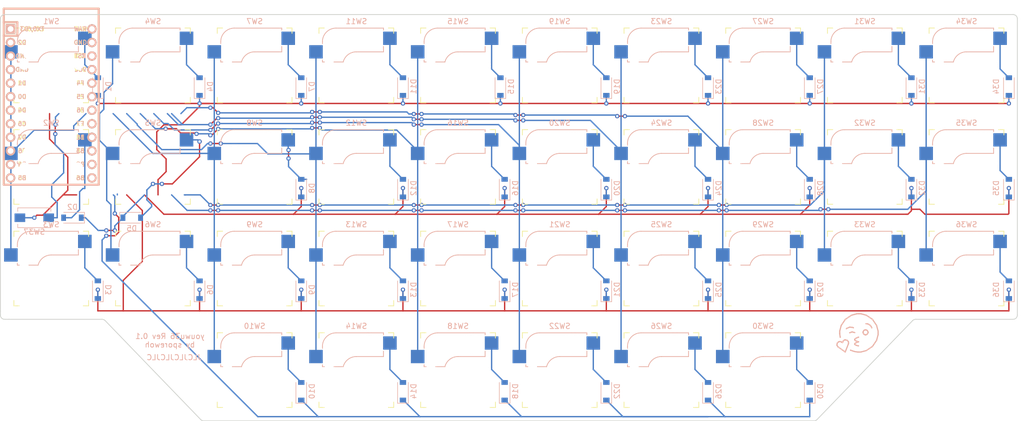
<source format=kicad_pcb>
(kicad_pcb (version 20171130) (host pcbnew "(5.1.12-1-10_14)")
  (layers (0 F.Cu signal) (31 B.Cu signal) (34 B.Paste user) (35 F.Paste user) (36 B.SilkS user) (37 F.SilkS user) (38 B.Mask user) (39 F.Mask user) (44 Edge.Cuts user))
  (net 0 "")
  (net 1 row_0)
  (net 2 row_1)
  (net 3 row_2)
  (net 4 row_3)
  (net 5 col_0)
  (net 6 col_1)
  (net 7 col_2)
  (net 8 col_3)
  (net 9 col_4)
  (net 10 col_5)
  (net 11 col_6)
  (net 12 col_7)
  (net 13 col_8)
  (net 14 col_9)
  (net 15 GND)
  (net 16 "Net-(SW37-Pad2)")
  (net 17 "Net-(U1-Pad1)")
  (net 18 "Net-(U1-Pad2)")
  (net 19 "Net-(U1-Pad5)")
  (net 20 "Net-(U1-Pad6)")
  (net 21 VCC)
  (net 22 "Net-(U1-Pad24)")
  (net 23 "Net-(D1-Pad2)")
  (net 24 "Net-(D2-Pad2)")
  (net 25 "Net-(D3-Pad2)")
  (net 26 "Net-(D4-Pad2)")
  (net 27 "Net-(D5-Pad2)")
  (net 28 "Net-(D6-Pad2)")
  (net 29 "Net-(D7-Pad2)")
  (net 30 "Net-(D8-Pad2)")
  (net 31 "Net-(D9-Pad2)")
  (net 32 "Net-(D10-Pad2)")
  (net 33 "Net-(D11-Pad2)")
  (net 34 "Net-(D12-Pad2)")
  (net 35 "Net-(D13-Pad2)")
  (net 36 "Net-(D14-Pad2)")
  (net 37 "Net-(D15-Pad2)")
  (net 38 "Net-(D16-Pad2)")
  (net 39 "Net-(D17-Pad2)")
  (net 40 "Net-(D18-Pad2)")
  (net 41 "Net-(D19-Pad2)")
  (net 42 "Net-(D20-Pad2)")
  (net 43 "Net-(D21-Pad2)")
  (net 44 "Net-(D22-Pad2)")
  (net 45 "Net-(D23-Pad2)")
  (net 46 "Net-(D24-Pad2)")
  (net 47 "Net-(D25-Pad2)")
  (net 48 "Net-(D26-Pad2)")
  (net 49 "Net-(D27-Pad2)")
  (net 50 "Net-(D28-Pad2)")
  (net 51 "Net-(D29-Pad2)")
  (net 52 "Net-(D30-Pad2)")
  (net 53 "Net-(D31-Pad2)")
  (net 54 "Net-(D32-Pad2)")
  (net 55 "Net-(D33-Pad2)")
  (net 56 "Net-(D34-Pad2)")
  (net 57 "Net-(D35-Pad2)")
  (net 58 "Net-(D36-Pad2)")
  (module MountingHole:MountingHole_2.2mm_M2 (layer F.Cu) (at 191.525 56.89375)
    (fp_text reference REF**)
    (fp_text value MountingHole_2.2mm_M2)
    (pad 1 np_thru_hole circle (at 0 0) (size 2.2 2.2) (drill 2.2) (layers *.Cu *.Mask))
  )
  (module MountingHole:MountingHole_2.2mm_M2 (layer F.Cu) (at 172.475 75.94375)
    (fp_text reference REF**)
    (fp_text value MountingHole_2.2mm_M2)
    (pad 1 np_thru_hole circle (at 0 0) (size 2.2 2.2) (drill 2.2) (layers *.Cu *.Mask))
  )
  (module MountingHole:MountingHole_2.2mm_M2 (layer F.Cu) (at 172.475 37.84375)
    (fp_text reference REF**)
    (fp_text value MountingHole_2.2mm_M2)
    (pad 1 np_thru_hole circle (at 0 0) (size 2.2 2.2) (drill 2.2) (layers *.Cu *.Mask))
  )
  (module MX_switches:Kailh_socket_MX (layer F.Cu) (at 143.9 28.31875)
    (fp_text reference SW23 (at 0 -8.255) (layer B.SilkS) (effects (justify mirror)))
    (fp_text value SW_SPST)
    (pad 2 smd rect (at -7.56 -2.54) (size 2.55 2.5) (layers B.Cu B.Paste B.Mask) (net 11 col_6))
    (pad "" np_thru_hole circle (at -5.08 0) (size 1.7018 1.7018) (drill 1.7018) (layers *.Cu *.Mask))
    (pad "" np_thru_hole circle (at 5.08 0) (size 1.7018 1.7018) (drill 1.7018) (layers *.Cu *.Mask))
    (pad "" np_thru_hole circle (at 0 0) (size 3.9878 3.9878) (drill 3.9878) (layers *.Cu *.Mask))
    (pad "" np_thru_hole circle (at -3.81 -2.54) (size 3 3) (drill 3) (layers *.Cu *.Mask))
    (pad "" np_thru_hole circle (at 2.54 -5.08) (size 3 3) (drill 3) (layers *.Cu *.Mask))
    (pad 1 smd rect (at 6.29 -5.08) (size 2.55 2.5) (layers B.Cu B.Paste B.Mask) (net 45 "Net-(D23-Pad2)"))
  )
  (module MX_switches:Kailh_socket_MX (layer F.Cu) (at 201.05 66.41875)
    (fp_text reference SW36 (at 0 -8.255) (layer B.SilkS) (effects (justify mirror)))
    (fp_text value SW_SPST)
    (pad 2 smd rect (at -7.56 -2.54) (size 2.55 2.5) (layers B.Cu B.Paste B.Mask) (net 14 col_9))
    (pad "" np_thru_hole circle (at -5.08 0) (size 1.7018 1.7018) (drill 1.7018) (layers *.Cu *.Mask))
    (pad "" np_thru_hole circle (at 5.08 0) (size 1.7018 1.7018) (drill 1.7018) (layers *.Cu *.Mask))
    (pad "" np_thru_hole circle (at 0 0) (size 3.9878 3.9878) (drill 3.9878) (layers *.Cu *.Mask))
    (pad "" np_thru_hole circle (at -3.81 -2.54) (size 3 3) (drill 3) (layers *.Cu *.Mask))
    (pad "" np_thru_hole circle (at 2.54 -5.08) (size 3 3) (drill 3) (layers *.Cu *.Mask))
    (pad 1 smd rect (at 6.29 -5.08) (size 2.55 2.5) (layers B.Cu B.Paste B.Mask) (net 58 "Net-(D36-Pad2)"))
  )
  (module MX_switches:Kailh_socket_MX (layer F.Cu) (at 201.05 47.36875)
    (fp_text reference SW35 (at 0 -8.255) (layer B.SilkS) (effects (justify mirror)))
    (fp_text value SW_SPST)
    (pad 2 smd rect (at -7.56 -2.54) (size 2.55 2.5) (layers B.Cu B.Paste B.Mask) (net 14 col_9))
    (pad "" np_thru_hole circle (at -5.08 0) (size 1.7018 1.7018) (drill 1.7018) (layers *.Cu *.Mask))
    (pad "" np_thru_hole circle (at 5.08 0) (size 1.7018 1.7018) (drill 1.7018) (layers *.Cu *.Mask))
    (pad "" np_thru_hole circle (at 0 0) (size 3.9878 3.9878) (drill 3.9878) (layers *.Cu *.Mask))
    (pad "" np_thru_hole circle (at -3.81 -2.54) (size 3 3) (drill 3) (layers *.Cu *.Mask))
    (pad "" np_thru_hole circle (at 2.54 -5.08) (size 3 3) (drill 3) (layers *.Cu *.Mask))
    (pad 1 smd rect (at 6.29 -5.08) (size 2.55 2.5) (layers B.Cu B.Paste B.Mask) (net 57 "Net-(D35-Pad2)"))
  )
  (module MX_switches:Kailh_socket_MX (layer F.Cu) (at 143.9 47.36875)
    (fp_text reference SW24 (at 0 -8.255) (layer B.SilkS) (effects (justify mirror)))
    (fp_text value SW_SPST)
    (pad 2 smd rect (at -7.56 -2.54) (size 2.55 2.5) (layers B.Cu B.Paste B.Mask) (net 11 col_6))
    (pad "" np_thru_hole circle (at -5.08 0) (size 1.7018 1.7018) (drill 1.7018) (layers *.Cu *.Mask))
    (pad "" np_thru_hole circle (at 5.08 0) (size 1.7018 1.7018) (drill 1.7018) (layers *.Cu *.Mask))
    (pad "" np_thru_hole circle (at 0 0) (size 3.9878 3.9878) (drill 3.9878) (layers *.Cu *.Mask))
    (pad "" np_thru_hole circle (at -3.81 -2.54) (size 3 3) (drill 3) (layers *.Cu *.Mask))
    (pad "" np_thru_hole circle (at 2.54 -5.08) (size 3 3) (drill 3) (layers *.Cu *.Mask))
    (pad 1 smd rect (at 6.29 -5.08) (size 2.55 2.5) (layers B.Cu B.Paste B.Mask) (net 46 "Net-(D24-Pad2)"))
  )
  (module MX_switches:Kailh_socket_MX (layer F.Cu) (at 143.9 66.41875)
    (fp_text reference SW25 (at 0 -8.255) (layer B.SilkS) (effects (justify mirror)))
    (fp_text value SW_SPST)
    (pad 2 smd rect (at -7.56 -2.54) (size 2.55 2.5) (layers B.Cu B.Paste B.Mask) (net 11 col_6))
    (pad "" np_thru_hole circle (at -5.08 0) (size 1.7018 1.7018) (drill 1.7018) (layers *.Cu *.Mask))
    (pad "" np_thru_hole circle (at 5.08 0) (size 1.7018 1.7018) (drill 1.7018) (layers *.Cu *.Mask))
    (pad "" np_thru_hole circle (at 0 0) (size 3.9878 3.9878) (drill 3.9878) (layers *.Cu *.Mask))
    (pad "" np_thru_hole circle (at -3.81 -2.54) (size 3 3) (drill 3) (layers *.Cu *.Mask))
    (pad "" np_thru_hole circle (at 2.54 -5.08) (size 3 3) (drill 3) (layers *.Cu *.Mask))
    (pad 1 smd rect (at 6.29 -5.08) (size 2.55 2.5) (layers B.Cu B.Paste B.Mask) (net 47 "Net-(D25-Pad2)"))
  )
  (module MX_switches:Kailh_socket_MX (layer F.Cu) (at 143.9 85.46875)
    (fp_text reference SW26 (at 0 -8.255) (layer B.SilkS) (effects (justify mirror)))
    (fp_text value SW_SPST)
    (pad 2 smd rect (at -7.56 -2.54) (size 2.55 2.5) (layers B.Cu B.Paste B.Mask) (net 11 col_6))
    (pad "" np_thru_hole circle (at -5.08 0) (size 1.7018 1.7018) (drill 1.7018) (layers *.Cu *.Mask))
    (pad "" np_thru_hole circle (at 5.08 0) (size 1.7018 1.7018) (drill 1.7018) (layers *.Cu *.Mask))
    (pad "" np_thru_hole circle (at 0 0) (size 3.9878 3.9878) (drill 3.9878) (layers *.Cu *.Mask))
    (pad "" np_thru_hole circle (at -3.81 -2.54) (size 3 3) (drill 3) (layers *.Cu *.Mask))
    (pad "" np_thru_hole circle (at 2.54 -5.08) (size 3 3) (drill 3) (layers *.Cu *.Mask))
    (pad 1 smd rect (at 6.29 -5.08) (size 2.55 2.5) (layers B.Cu B.Paste B.Mask) (net 48 "Net-(D26-Pad2)"))
  )
  (module MX_switches:Kailh_socket_MX (layer F.Cu) (at 162.95 28.31875)
    (fp_text reference SW27 (at 0 -8.255) (layer B.SilkS) (effects (justify mirror)))
    (fp_text value SW_SPST)
    (pad 2 smd rect (at -7.56 -2.54) (size 2.55 2.5) (layers B.Cu B.Paste B.Mask) (net 12 col_7))
    (pad "" np_thru_hole circle (at -5.08 0) (size 1.7018 1.7018) (drill 1.7018) (layers *.Cu *.Mask))
    (pad "" np_thru_hole circle (at 5.08 0) (size 1.7018 1.7018) (drill 1.7018) (layers *.Cu *.Mask))
    (pad "" np_thru_hole circle (at 0 0) (size 3.9878 3.9878) (drill 3.9878) (layers *.Cu *.Mask))
    (pad "" np_thru_hole circle (at -3.81 -2.54) (size 3 3) (drill 3) (layers *.Cu *.Mask))
    (pad "" np_thru_hole circle (at 2.54 -5.08) (size 3 3) (drill 3) (layers *.Cu *.Mask))
    (pad 1 smd rect (at 6.29 -5.08) (size 2.55 2.5) (layers B.Cu B.Paste B.Mask) (net 49 "Net-(D27-Pad2)"))
  )
  (module MX_switches:Kailh_socket_MX (layer F.Cu) (at 162.95 47.36875)
    (fp_text reference SW28 (at 0 -8.255) (layer B.SilkS) (effects (justify mirror)))
    (fp_text value SW_SPST)
    (pad 2 smd rect (at -7.56 -2.54) (size 2.55 2.5) (layers B.Cu B.Paste B.Mask) (net 12 col_7))
    (pad "" np_thru_hole circle (at -5.08 0) (size 1.7018 1.7018) (drill 1.7018) (layers *.Cu *.Mask))
    (pad "" np_thru_hole circle (at 5.08 0) (size 1.7018 1.7018) (drill 1.7018) (layers *.Cu *.Mask))
    (pad "" np_thru_hole circle (at 0 0) (size 3.9878 3.9878) (drill 3.9878) (layers *.Cu *.Mask))
    (pad "" np_thru_hole circle (at -3.81 -2.54) (size 3 3) (drill 3) (layers *.Cu *.Mask))
    (pad "" np_thru_hole circle (at 2.54 -5.08) (size 3 3) (drill 3) (layers *.Cu *.Mask))
    (pad 1 smd rect (at 6.29 -5.08) (size 2.55 2.5) (layers B.Cu B.Paste B.Mask) (net 50 "Net-(D28-Pad2)"))
  )
  (module MX_switches:Kailh_socket_MX (layer F.Cu) (at 162.95 66.41875)
    (fp_text reference SW29 (at 0 -8.255) (layer B.SilkS) (effects (justify mirror)))
    (fp_text value SW_SPST)
    (pad 2 smd rect (at -7.56 -2.54) (size 2.55 2.5) (layers B.Cu B.Paste B.Mask) (net 12 col_7))
    (pad "" np_thru_hole circle (at -5.08 0) (size 1.7018 1.7018) (drill 1.7018) (layers *.Cu *.Mask))
    (pad "" np_thru_hole circle (at 5.08 0) (size 1.7018 1.7018) (drill 1.7018) (layers *.Cu *.Mask))
    (pad "" np_thru_hole circle (at 0 0) (size 3.9878 3.9878) (drill 3.9878) (layers *.Cu *.Mask))
    (pad "" np_thru_hole circle (at -3.81 -2.54) (size 3 3) (drill 3) (layers *.Cu *.Mask))
    (pad "" np_thru_hole circle (at 2.54 -5.08) (size 3 3) (drill 3) (layers *.Cu *.Mask))
    (pad 1 smd rect (at 6.29 -5.08) (size 2.55 2.5) (layers B.Cu B.Paste B.Mask) (net 51 "Net-(D29-Pad2)"))
  )
  (module MX_switches:Kailh_socket_MX (layer F.Cu) (at 162.95 85.46875)
    (fp_text reference SW30 (at 0 -8.255) (layer B.SilkS) (effects (justify mirror)))
    (fp_text value SW_SPST)
    (pad 2 smd rect (at -7.56 -2.54) (size 2.55 2.5) (layers B.Cu B.Paste B.Mask) (net 12 col_7))
    (pad "" np_thru_hole circle (at -5.08 0) (size 1.7018 1.7018) (drill 1.7018) (layers *.Cu *.Mask))
    (pad "" np_thru_hole circle (at 5.08 0) (size 1.7018 1.7018) (drill 1.7018) (layers *.Cu *.Mask))
    (pad "" np_thru_hole circle (at 0 0) (size 3.9878 3.9878) (drill 3.9878) (layers *.Cu *.Mask))
    (pad "" np_thru_hole circle (at -3.81 -2.54) (size 3 3) (drill 3) (layers *.Cu *.Mask))
    (pad "" np_thru_hole circle (at 2.54 -5.08) (size 3 3) (drill 3) (layers *.Cu *.Mask))
    (pad 1 smd rect (at 6.29 -5.08) (size 2.55 2.5) (layers B.Cu B.Paste B.Mask) (net 52 "Net-(D30-Pad2)"))
  )
  (module MX_switches:Kailh_socket_MX (layer F.Cu) (at 182 28.31875)
    (fp_text reference SW31 (at 0 -8.255) (layer B.SilkS) (effects (justify mirror)))
    (fp_text value SW_SPST)
    (pad 2 smd rect (at -7.56 -2.54) (size 2.55 2.5) (layers B.Cu B.Paste B.Mask) (net 13 col_8))
    (pad "" np_thru_hole circle (at -5.08 0) (size 1.7018 1.7018) (drill 1.7018) (layers *.Cu *.Mask))
    (pad "" np_thru_hole circle (at 5.08 0) (size 1.7018 1.7018) (drill 1.7018) (layers *.Cu *.Mask))
    (pad "" np_thru_hole circle (at 0 0) (size 3.9878 3.9878) (drill 3.9878) (layers *.Cu *.Mask))
    (pad "" np_thru_hole circle (at -3.81 -2.54) (size 3 3) (drill 3) (layers *.Cu *.Mask))
    (pad "" np_thru_hole circle (at 2.54 -5.08) (size 3 3) (drill 3) (layers *.Cu *.Mask))
    (pad 1 smd rect (at 6.29 -5.08) (size 2.55 2.5) (layers B.Cu B.Paste B.Mask) (net 53 "Net-(D31-Pad2)"))
  )
  (module MX_switches:Kailh_socket_MX (layer F.Cu) (at 182 47.36875)
    (fp_text reference SW32 (at 0 -8.255) (layer B.SilkS) (effects (justify mirror)))
    (fp_text value SW_SPST)
    (pad 2 smd rect (at -7.56 -2.54) (size 2.55 2.5) (layers B.Cu B.Paste B.Mask) (net 13 col_8))
    (pad "" np_thru_hole circle (at -5.08 0) (size 1.7018 1.7018) (drill 1.7018) (layers *.Cu *.Mask))
    (pad "" np_thru_hole circle (at 5.08 0) (size 1.7018 1.7018) (drill 1.7018) (layers *.Cu *.Mask))
    (pad "" np_thru_hole circle (at 0 0) (size 3.9878 3.9878) (drill 3.9878) (layers *.Cu *.Mask))
    (pad "" np_thru_hole circle (at -3.81 -2.54) (size 3 3) (drill 3) (layers *.Cu *.Mask))
    (pad "" np_thru_hole circle (at 2.54 -5.08) (size 3 3) (drill 3) (layers *.Cu *.Mask))
    (pad 1 smd rect (at 6.29 -5.08) (size 2.55 2.5) (layers B.Cu B.Paste B.Mask) (net 54 "Net-(D32-Pad2)"))
  )
  (module MX_switches:Kailh_socket_MX (layer F.Cu) (at 182 66.41875)
    (fp_text reference SW33 (at 0 -8.255) (layer B.SilkS) (effects (justify mirror)))
    (fp_text value SW_SPST)
    (pad 2 smd rect (at -7.56 -2.54) (size 2.55 2.5) (layers B.Cu B.Paste B.Mask) (net 13 col_8))
    (pad "" np_thru_hole circle (at -5.08 0) (size 1.7018 1.7018) (drill 1.7018) (layers *.Cu *.Mask))
    (pad "" np_thru_hole circle (at 5.08 0) (size 1.7018 1.7018) (drill 1.7018) (layers *.Cu *.Mask))
    (pad "" np_thru_hole circle (at 0 0) (size 3.9878 3.9878) (drill 3.9878) (layers *.Cu *.Mask))
    (pad "" np_thru_hole circle (at -3.81 -2.54) (size 3 3) (drill 3) (layers *.Cu *.Mask))
    (pad "" np_thru_hole circle (at 2.54 -5.08) (size 3 3) (drill 3) (layers *.Cu *.Mask))
    (pad 1 smd rect (at 6.29 -5.08) (size 2.55 2.5) (layers B.Cu B.Paste B.Mask) (net 55 "Net-(D33-Pad2)"))
  )
  (module MX_switches:Kailh_socket_MX (layer F.Cu) (at 201.05 28.31875)
    (fp_text reference SW34 (at 0 -8.255) (layer B.SilkS) (effects (justify mirror)))
    (fp_text value SW_SPST)
    (pad 2 smd rect (at -7.56 -2.54) (size 2.55 2.5) (layers B.Cu B.Paste B.Mask) (net 14 col_9))
    (pad "" np_thru_hole circle (at -5.08 0) (size 1.7018 1.7018) (drill 1.7018) (layers *.Cu *.Mask))
    (pad "" np_thru_hole circle (at 5.08 0) (size 1.7018 1.7018) (drill 1.7018) (layers *.Cu *.Mask))
    (pad "" np_thru_hole circle (at 0 0) (size 3.9878 3.9878) (drill 3.9878) (layers *.Cu *.Mask))
    (pad "" np_thru_hole circle (at -3.81 -2.54) (size 3 3) (drill 3) (layers *.Cu *.Mask))
    (pad "" np_thru_hole circle (at 2.54 -5.08) (size 3 3) (drill 3) (layers *.Cu *.Mask))
    (pad 1 smd rect (at 6.29 -5.08) (size 2.55 2.5) (layers B.Cu B.Paste B.Mask) (net 56 "Net-(D34-Pad2)"))
  )
  (module MX_switches:Kailh_socket_MX (layer F.Cu) (at 124.85 85.46875)
    (fp_text reference SW22 (at 0 -8.255) (layer B.SilkS) (effects (justify mirror)))
    (fp_text value SW_SPST)
    (pad 2 smd rect (at -7.56 -2.54) (size 2.55 2.5) (layers B.Cu B.Paste B.Mask) (net 10 col_5))
    (pad "" np_thru_hole circle (at -5.08 0) (size 1.7018 1.7018) (drill 1.7018) (layers *.Cu *.Mask))
    (pad "" np_thru_hole circle (at 5.08 0) (size 1.7018 1.7018) (drill 1.7018) (layers *.Cu *.Mask))
    (pad "" np_thru_hole circle (at 0 0) (size 3.9878 3.9878) (drill 3.9878) (layers *.Cu *.Mask))
    (pad "" np_thru_hole circle (at -3.81 -2.54) (size 3 3) (drill 3) (layers *.Cu *.Mask))
    (pad "" np_thru_hole circle (at 2.54 -5.08) (size 3 3) (drill 3) (layers *.Cu *.Mask))
    (pad 1 smd rect (at 6.29 -5.08) (size 2.55 2.5) (layers B.Cu B.Paste B.Mask) (net 44 "Net-(D22-Pad2)"))
  )
  (module MX_switches:Kailh_socket_MX (layer F.Cu) (at 105.8 85.46875)
    (fp_text reference SW18 (at 0 -8.255) (layer B.SilkS) (effects (justify mirror)))
    (fp_text value SW_SPST)
    (pad 2 smd rect (at -7.56 -2.54) (size 2.55 2.5) (layers B.Cu B.Paste B.Mask) (net 9 col_4))
    (pad "" np_thru_hole circle (at -5.08 0) (size 1.7018 1.7018) (drill 1.7018) (layers *.Cu *.Mask))
    (pad "" np_thru_hole circle (at 5.08 0) (size 1.7018 1.7018) (drill 1.7018) (layers *.Cu *.Mask))
    (pad "" np_thru_hole circle (at 0 0) (size 3.9878 3.9878) (drill 3.9878) (layers *.Cu *.Mask))
    (pad "" np_thru_hole circle (at -3.81 -2.54) (size 3 3) (drill 3) (layers *.Cu *.Mask))
    (pad "" np_thru_hole circle (at 2.54 -5.08) (size 3 3) (drill 3) (layers *.Cu *.Mask))
    (pad 1 smd rect (at 6.29 -5.08) (size 2.55 2.5) (layers B.Cu B.Paste B.Mask) (net 40 "Net-(D18-Pad2)"))
  )
  (module MX_switches:Kailh_socket_MX (layer F.Cu) (at 105.8 28.31875)
    (fp_text reference SW15 (at 0 -8.255) (layer B.SilkS) (effects (justify mirror)))
    (fp_text value SW_SPST)
    (pad 2 smd rect (at -7.56 -2.54) (size 2.55 2.5) (layers B.Cu B.Paste B.Mask) (net 9 col_4))
    (pad "" np_thru_hole circle (at -5.08 0) (size 1.7018 1.7018) (drill 1.7018) (layers *.Cu *.Mask))
    (pad "" np_thru_hole circle (at 5.08 0) (size 1.7018 1.7018) (drill 1.7018) (layers *.Cu *.Mask))
    (pad "" np_thru_hole circle (at 0 0) (size 3.9878 3.9878) (drill 3.9878) (layers *.Cu *.Mask))
    (pad "" np_thru_hole circle (at -3.81 -2.54) (size 3 3) (drill 3) (layers *.Cu *.Mask))
    (pad "" np_thru_hole circle (at 2.54 -5.08) (size 3 3) (drill 3) (layers *.Cu *.Mask))
    (pad 1 smd rect (at 6.29 -5.08) (size 2.55 2.5) (layers B.Cu B.Paste B.Mask) (net 37 "Net-(D15-Pad2)"))
  )
  (module MX_switches:Kailh_socket_MX (layer F.Cu) (at 86.75 66.41875)
    (fp_text reference SW13 (at 0 -8.255) (layer B.SilkS) (effects (justify mirror)))
    (fp_text value SW_SPST)
    (pad 2 smd rect (at -7.56 -2.54) (size 2.55 2.5) (layers B.Cu B.Paste B.Mask) (net 8 col_3))
    (pad "" np_thru_hole circle (at -5.08 0) (size 1.7018 1.7018) (drill 1.7018) (layers *.Cu *.Mask))
    (pad "" np_thru_hole circle (at 5.08 0) (size 1.7018 1.7018) (drill 1.7018) (layers *.Cu *.Mask))
    (pad "" np_thru_hole circle (at 0 0) (size 3.9878 3.9878) (drill 3.9878) (layers *.Cu *.Mask))
    (pad "" np_thru_hole circle (at -3.81 -2.54) (size 3 3) (drill 3) (layers *.Cu *.Mask))
    (pad "" np_thru_hole circle (at 2.54 -5.08) (size 3 3) (drill 3) (layers *.Cu *.Mask))
    (pad 1 smd rect (at 6.29 -5.08) (size 2.55 2.5) (layers B.Cu B.Paste B.Mask) (net 35 "Net-(D13-Pad2)"))
  )
  (module MX_switches:Kailh_socket_MX (layer F.Cu) (at 86.75 28.31875)
    (fp_text reference SW11 (at 0 -8.255) (layer B.SilkS) (effects (justify mirror)))
    (fp_text value SW_SPST)
    (pad 2 smd rect (at -7.56 -2.54) (size 2.55 2.5) (layers B.Cu B.Paste B.Mask) (net 8 col_3))
    (pad "" np_thru_hole circle (at -5.08 0) (size 1.7018 1.7018) (drill 1.7018) (layers *.Cu *.Mask))
    (pad "" np_thru_hole circle (at 5.08 0) (size 1.7018 1.7018) (drill 1.7018) (layers *.Cu *.Mask))
    (pad "" np_thru_hole circle (at 0 0) (size 3.9878 3.9878) (drill 3.9878) (layers *.Cu *.Mask))
    (pad "" np_thru_hole circle (at -3.81 -2.54) (size 3 3) (drill 3) (layers *.Cu *.Mask))
    (pad "" np_thru_hole circle (at 2.54 -5.08) (size 3 3) (drill 3) (layers *.Cu *.Mask))
    (pad 1 smd rect (at 6.29 -5.08) (size 2.55 2.5) (layers B.Cu B.Paste B.Mask) (net 33 "Net-(D11-Pad2)"))
  )
  (module MX_switches:Kailh_socket_MX (layer F.Cu) (at 86.75 85.46875)
    (fp_text reference SW14 (at 0 -8.255) (layer B.SilkS) (effects (justify mirror)))
    (fp_text value SW_SPST)
    (pad 2 smd rect (at -7.56 -2.54) (size 2.55 2.5) (layers B.Cu B.Paste B.Mask) (net 8 col_3))
    (pad "" np_thru_hole circle (at -5.08 0) (size 1.7018 1.7018) (drill 1.7018) (layers *.Cu *.Mask))
    (pad "" np_thru_hole circle (at 5.08 0) (size 1.7018 1.7018) (drill 1.7018) (layers *.Cu *.Mask))
    (pad "" np_thru_hole circle (at 0 0) (size 3.9878 3.9878) (drill 3.9878) (layers *.Cu *.Mask))
    (pad "" np_thru_hole circle (at -3.81 -2.54) (size 3 3) (drill 3) (layers *.Cu *.Mask))
    (pad "" np_thru_hole circle (at 2.54 -5.08) (size 3 3) (drill 3) (layers *.Cu *.Mask))
    (pad 1 smd rect (at 6.29 -5.08) (size 2.55 2.5) (layers B.Cu B.Paste B.Mask) (net 36 "Net-(D14-Pad2)"))
  )
  (module MX_switches:Kailh_socket_MX (layer F.Cu) (at 105.8 66.41875)
    (fp_text reference SW17 (at 0 -8.255) (layer B.SilkS) (effects (justify mirror)))
    (fp_text value SW_SPST)
    (pad 2 smd rect (at -7.56 -2.54) (size 2.55 2.5) (layers B.Cu B.Paste B.Mask) (net 9 col_4))
    (pad "" np_thru_hole circle (at -5.08 0) (size 1.7018 1.7018) (drill 1.7018) (layers *.Cu *.Mask))
    (pad "" np_thru_hole circle (at 5.08 0) (size 1.7018 1.7018) (drill 1.7018) (layers *.Cu *.Mask))
    (pad "" np_thru_hole circle (at 0 0) (size 3.9878 3.9878) (drill 3.9878) (layers *.Cu *.Mask))
    (pad "" np_thru_hole circle (at -3.81 -2.54) (size 3 3) (drill 3) (layers *.Cu *.Mask))
    (pad "" np_thru_hole circle (at 2.54 -5.08) (size 3 3) (drill 3) (layers *.Cu *.Mask))
    (pad 1 smd rect (at 6.29 -5.08) (size 2.55 2.5) (layers B.Cu B.Paste B.Mask) (net 39 "Net-(D17-Pad2)"))
  )
  (module MX_switches:Kailh_socket_MX (layer F.Cu) (at 86.75 47.36875)
    (fp_text reference SW12 (at 0 -8.255) (layer B.SilkS) (effects (justify mirror)))
    (fp_text value SW_SPST)
    (pad 2 smd rect (at -7.56 -2.54) (size 2.55 2.5) (layers B.Cu B.Paste B.Mask) (net 8 col_3))
    (pad "" np_thru_hole circle (at -5.08 0) (size 1.7018 1.7018) (drill 1.7018) (layers *.Cu *.Mask))
    (pad "" np_thru_hole circle (at 5.08 0) (size 1.7018 1.7018) (drill 1.7018) (layers *.Cu *.Mask))
    (pad "" np_thru_hole circle (at 0 0) (size 3.9878 3.9878) (drill 3.9878) (layers *.Cu *.Mask))
    (pad "" np_thru_hole circle (at -3.81 -2.54) (size 3 3) (drill 3) (layers *.Cu *.Mask))
    (pad "" np_thru_hole circle (at 2.54 -5.08) (size 3 3) (drill 3) (layers *.Cu *.Mask))
    (pad 1 smd rect (at 6.29 -5.08) (size 2.55 2.5) (layers B.Cu B.Paste B.Mask) (net 34 "Net-(D12-Pad2)"))
  )
  (module MX_switches:Kailh_socket_MX (layer F.Cu) (at 105.8 47.36875)
    (fp_text reference SW16 (at 0 -8.255) (layer B.SilkS) (effects (justify mirror)))
    (fp_text value SW_SPST)
    (pad 2 smd rect (at -7.56 -2.54) (size 2.55 2.5) (layers B.Cu B.Paste B.Mask) (net 9 col_4))
    (pad "" np_thru_hole circle (at -5.08 0) (size 1.7018 1.7018) (drill 1.7018) (layers *.Cu *.Mask))
    (pad "" np_thru_hole circle (at 5.08 0) (size 1.7018 1.7018) (drill 1.7018) (layers *.Cu *.Mask))
    (pad "" np_thru_hole circle (at 0 0) (size 3.9878 3.9878) (drill 3.9878) (layers *.Cu *.Mask))
    (pad "" np_thru_hole circle (at -3.81 -2.54) (size 3 3) (drill 3) (layers *.Cu *.Mask))
    (pad "" np_thru_hole circle (at 2.54 -5.08) (size 3 3) (drill 3) (layers *.Cu *.Mask))
    (pad 1 smd rect (at 6.29 -5.08) (size 2.55 2.5) (layers B.Cu B.Paste B.Mask) (net 38 "Net-(D16-Pad2)"))
  )
  (module MX_switches:Kailh_socket_MX (layer F.Cu) (at 124.85 28.31875)
    (fp_text reference SW19 (at 0 -8.255) (layer B.SilkS) (effects (justify mirror)))
    (fp_text value SW_SPST)
    (pad 2 smd rect (at -7.56 -2.54) (size 2.55 2.5) (layers B.Cu B.Paste B.Mask) (net 10 col_5))
    (pad "" np_thru_hole circle (at -5.08 0) (size 1.7018 1.7018) (drill 1.7018) (layers *.Cu *.Mask))
    (pad "" np_thru_hole circle (at 5.08 0) (size 1.7018 1.7018) (drill 1.7018) (layers *.Cu *.Mask))
    (pad "" np_thru_hole circle (at 0 0) (size 3.9878 3.9878) (drill 3.9878) (layers *.Cu *.Mask))
    (pad "" np_thru_hole circle (at -3.81 -2.54) (size 3 3) (drill 3) (layers *.Cu *.Mask))
    (pad "" np_thru_hole circle (at 2.54 -5.08) (size 3 3) (drill 3) (layers *.Cu *.Mask))
    (pad 1 smd rect (at 6.29 -5.08) (size 2.55 2.5) (layers B.Cu B.Paste B.Mask) (net 41 "Net-(D19-Pad2)"))
  )
  (module MX_switches:Kailh_socket_MX (layer F.Cu) (at 124.85 47.36875)
    (fp_text reference SW20 (at 0 -8.255) (layer B.SilkS) (effects (justify mirror)))
    (fp_text value SW_SPST)
    (pad 2 smd rect (at -7.56 -2.54) (size 2.55 2.5) (layers B.Cu B.Paste B.Mask) (net 10 col_5))
    (pad "" np_thru_hole circle (at -5.08 0) (size 1.7018 1.7018) (drill 1.7018) (layers *.Cu *.Mask))
    (pad "" np_thru_hole circle (at 5.08 0) (size 1.7018 1.7018) (drill 1.7018) (layers *.Cu *.Mask))
    (pad "" np_thru_hole circle (at 0 0) (size 3.9878 3.9878) (drill 3.9878) (layers *.Cu *.Mask))
    (pad "" np_thru_hole circle (at -3.81 -2.54) (size 3 3) (drill 3) (layers *.Cu *.Mask))
    (pad "" np_thru_hole circle (at 2.54 -5.08) (size 3 3) (drill 3) (layers *.Cu *.Mask))
    (pad 1 smd rect (at 6.29 -5.08) (size 2.55 2.5) (layers B.Cu B.Paste B.Mask) (net 42 "Net-(D20-Pad2)"))
  )
  (module MX_switches:Kailh_socket_MX (layer F.Cu) (at 124.85 66.41875)
    (fp_text reference SW21 (at 0 -8.255) (layer B.SilkS) (effects (justify mirror)))
    (fp_text value SW_SPST)
    (pad 2 smd rect (at -7.56 -2.54) (size 2.55 2.5) (layers B.Cu B.Paste B.Mask) (net 10 col_5))
    (pad "" np_thru_hole circle (at -5.08 0) (size 1.7018 1.7018) (drill 1.7018) (layers *.Cu *.Mask))
    (pad "" np_thru_hole circle (at 5.08 0) (size 1.7018 1.7018) (drill 1.7018) (layers *.Cu *.Mask))
    (pad "" np_thru_hole circle (at 0 0) (size 3.9878 3.9878) (drill 3.9878) (layers *.Cu *.Mask))
    (pad "" np_thru_hole circle (at -3.81 -2.54) (size 3 3) (drill 3) (layers *.Cu *.Mask))
    (pad "" np_thru_hole circle (at 2.54 -5.08) (size 3 3) (drill 3) (layers *.Cu *.Mask))
    (pad 1 smd rect (at 6.29 -5.08) (size 2.55 2.5) (layers B.Cu B.Paste B.Mask) (net 43 "Net-(D21-Pad2)"))
  )
  (module MountingHole:MountingHole_2.2mm_M2 (layer F.Cu) (at 39.125 56.89375)
    (fp_text reference REF**)
    (fp_text value MountingHole_2.2mm_M2)
    (pad 1 np_thru_hole circle (at 0 0) (size 2.2 2.2) (drill 2.2) (layers *.Cu *.Mask))
  )
  (module MountingHole:MountingHole_2.2mm_M2 (layer F.Cu) (at 58.175 37.84375)
    (fp_text reference REF**)
    (fp_text value MountingHole_2.2mm_M2)
    (pad 1 np_thru_hole circle (at 0 0) (size 2.2 2.2) (drill 2.2) (layers *.Cu *.Mask))
  )
  (module MountingHole:MountingHole_2.2mm_M2 (layer F.Cu) (at 58.175 75.94375)
    (fp_text reference REF**)
    (fp_text value MountingHole_2.2mm_M2)
    (pad 1 np_thru_hole circle (at 0 0) (size 2.2 2.2) (drill 2.2) (layers *.Cu *.Mask))
  )
  (module Button_Switch_SMD:SW_SPST_EVQPE1 (layer B.Cu) (at 26.425 56.89375)
    (fp_text reference SW37 (at 0 2.65) (layer B.SilkS) (effects (justify mirror)))
    (fp_text value SW_SPST)
    (pad 1 smd rect (at -2.7 0) (size 2 1.6) (layers B.Cu B.Paste B.Mask) (net 15 GND))
    (pad 2 smd rect (at 2.7 0) (size 2 1.6) (layers B.Cu B.Paste B.Mask) (net 16 "Net-(SW37-Pad2)"))
  )
  (module Diode_SMD:D_SOD-123 (layer B.Cu) (at 208.9875 70.3875 90)
    (fp_text reference D36 (at 0 -2.38125 90) (layer B.SilkS) (effects (justify mirror)))
    (fp_text value DIODE)
    (pad 2 smd rect (at 1.65 0 90) (size 0.9 1.2) (layers B.Cu B.Paste B.Mask) (net 58 "Net-(D36-Pad2)"))
    (pad 1 smd rect (at -1.65 0 90) (size 0.9 1.2) (layers B.Cu B.Paste B.Mask) (net 3 row_2))
  )
  (module Diode_SMD:D_SOD-123 (layer B.Cu) (at 208.9875 51.3375 90)
    (fp_text reference D35 (at 0 -2.38125 90) (layer B.SilkS) (effects (justify mirror)))
    (fp_text value DIODE)
    (pad 2 smd rect (at 1.65 0 90) (size 0.9 1.2) (layers B.Cu B.Paste B.Mask) (net 57 "Net-(D35-Pad2)"))
    (pad 1 smd rect (at -1.65 0 90) (size 0.9 1.2) (layers B.Cu B.Paste B.Mask) (net 2 row_1))
  )
  (module Diode_SMD:D_SOD-123 (layer B.Cu) (at 208.9875 32.2875 90)
    (fp_text reference D34 (at 0 -2.38125 90) (layer B.SilkS) (effects (justify mirror)))
    (fp_text value DIODE)
    (pad 2 smd rect (at 1.65 0 90) (size 0.9 1.2) (layers B.Cu B.Paste B.Mask) (net 56 "Net-(D34-Pad2)"))
    (pad 1 smd rect (at -1.65 0 90) (size 0.9 1.2) (layers B.Cu B.Paste B.Mask) (net 1 row_0))
  )
  (module Diode_SMD:D_SOD-123 (layer B.Cu) (at 190.73125 70.3875 90)
    (fp_text reference D33 (at 0 2 90) (layer B.SilkS) (effects (justify mirror)))
    (fp_text value DIODE)
    (pad 2 smd rect (at 1.65 0 90) (size 0.9 1.2) (layers B.Cu B.Paste B.Mask) (net 55 "Net-(D33-Pad2)"))
    (pad 1 smd rect (at -1.65 0 90) (size 0.9 1.2) (layers B.Cu B.Paste B.Mask) (net 3 row_2))
  )
  (module Diode_SMD:D_SOD-123 (layer B.Cu) (at 190.73125 51.3375 90)
    (fp_text reference D32 (at 0 2 90) (layer B.SilkS) (effects (justify mirror)))
    (fp_text value DIODE)
    (pad 2 smd rect (at 1.65 0 90) (size 0.9 1.2) (layers B.Cu B.Paste B.Mask) (net 54 "Net-(D32-Pad2)"))
    (pad 1 smd rect (at -1.65 0 90) (size 0.9 1.2) (layers B.Cu B.Paste B.Mask) (net 2 row_1))
  )
  (module Diode_SMD:D_SOD-123 (layer B.Cu) (at 190.73125 32.2875 90)
    (fp_text reference D31 (at 0 2 90) (layer B.SilkS) (effects (justify mirror)))
    (fp_text value DIODE)
    (pad 2 smd rect (at 1.65 0 90) (size 0.9 1.2) (layers B.Cu B.Paste B.Mask) (net 53 "Net-(D31-Pad2)"))
    (pad 1 smd rect (at -1.65 0 90) (size 0.9 1.2) (layers B.Cu B.Paste B.Mask) (net 1 row_0))
  )
  (module Diode_SMD:D_SOD-123 (layer B.Cu) (at 171.68125 89.4375 90)
    (fp_text reference D30 (at 0 2 90) (layer B.SilkS) (effects (justify mirror)))
    (fp_text value DIODE)
    (pad 2 smd rect (at 1.65 0 90) (size 0.9 1.2) (layers B.Cu B.Paste B.Mask) (net 52 "Net-(D30-Pad2)"))
    (pad 1 smd rect (at -1.65 0 90) (size 0.9 1.2) (layers B.Cu B.Paste B.Mask) (net 4 row_3))
  )
  (module Diode_SMD:D_SOD-123 (layer B.Cu) (at 171.68125 70.3875 90)
    (fp_text reference D29 (at 0 2 90) (layer B.SilkS) (effects (justify mirror)))
    (fp_text value DIODE)
    (pad 2 smd rect (at 1.65 0 90) (size 0.9 1.2) (layers B.Cu B.Paste B.Mask) (net 51 "Net-(D29-Pad2)"))
    (pad 1 smd rect (at -1.65 0 90) (size 0.9 1.2) (layers B.Cu B.Paste B.Mask) (net 3 row_2))
  )
  (module Diode_SMD:D_SOD-123 (layer B.Cu) (at 171.68125 51.3375 90)
    (fp_text reference D28 (at 0 2 90) (layer B.SilkS) (effects (justify mirror)))
    (fp_text value DIODE)
    (pad 2 smd rect (at 1.65 0 90) (size 0.9 1.2) (layers B.Cu B.Paste B.Mask) (net 50 "Net-(D28-Pad2)"))
    (pad 1 smd rect (at -1.65 0 90) (size 0.9 1.2) (layers B.Cu B.Paste B.Mask) (net 2 row_1))
  )
  (module Diode_SMD:D_SOD-123 (layer B.Cu) (at 171.68125 32.2875 90)
    (fp_text reference D27 (at 0 2 90) (layer B.SilkS) (effects (justify mirror)))
    (fp_text value DIODE)
    (pad 2 smd rect (at 1.65 0 90) (size 0.9 1.2) (layers B.Cu B.Paste B.Mask) (net 49 "Net-(D27-Pad2)"))
    (pad 1 smd rect (at -1.65 0 90) (size 0.9 1.2) (layers B.Cu B.Paste B.Mask) (net 1 row_0))
  )
  (module Diode_SMD:D_SOD-123 (layer B.Cu) (at 152.63125 89.4375 90)
    (fp_text reference D26 (at 0 2 90) (layer B.SilkS) (effects (justify mirror)))
    (fp_text value DIODE)
    (pad 2 smd rect (at 1.65 0 90) (size 0.9 1.2) (layers B.Cu B.Paste B.Mask) (net 48 "Net-(D26-Pad2)"))
    (pad 1 smd rect (at -1.65 0 90) (size 0.9 1.2) (layers B.Cu B.Paste B.Mask) (net 4 row_3))
  )
  (module Diode_SMD:D_SOD-123 (layer B.Cu) (at 152.63125 70.3875 90)
    (fp_text reference D25 (at 0 2 90) (layer B.SilkS) (effects (justify mirror)))
    (fp_text value DIODE)
    (pad 2 smd rect (at 1.65 0 90) (size 0.9 1.2) (layers B.Cu B.Paste B.Mask) (net 47 "Net-(D25-Pad2)"))
    (pad 1 smd rect (at -1.65 0 90) (size 0.9 1.2) (layers B.Cu B.Paste B.Mask) (net 3 row_2))
  )
  (module Diode_SMD:D_SOD-123 (layer B.Cu) (at 152.63125 51.3375 90)
    (fp_text reference D24 (at 0 2 90) (layer B.SilkS) (effects (justify mirror)))
    (fp_text value DIODE)
    (pad 2 smd rect (at 1.65 0 90) (size 0.9 1.2) (layers B.Cu B.Paste B.Mask) (net 46 "Net-(D24-Pad2)"))
    (pad 1 smd rect (at -1.65 0 90) (size 0.9 1.2) (layers B.Cu B.Paste B.Mask) (net 2 row_1))
  )
  (module Diode_SMD:D_SOD-123 (layer B.Cu) (at 152.63125 32.2875 90)
    (fp_text reference D23 (at 0 2 90) (layer B.SilkS) (effects (justify mirror)))
    (fp_text value DIODE)
    (pad 2 smd rect (at 1.65 0 90) (size 0.9 1.2) (layers B.Cu B.Paste B.Mask) (net 45 "Net-(D23-Pad2)"))
    (pad 1 smd rect (at -1.65 0 90) (size 0.9 1.2) (layers B.Cu B.Paste B.Mask) (net 1 row_0))
  )
  (module Diode_SMD:D_SOD-123 (layer B.Cu) (at 133.58125 89.4375 90)
    (fp_text reference D22 (at 0 2 90) (layer B.SilkS) (effects (justify mirror)))
    (fp_text value DIODE)
    (pad 2 smd rect (at 1.65 0 90) (size 0.9 1.2) (layers B.Cu B.Paste B.Mask) (net 44 "Net-(D22-Pad2)"))
    (pad 1 smd rect (at -1.65 0 90) (size 0.9 1.2) (layers B.Cu B.Paste B.Mask) (net 4 row_3))
  )
  (module Diode_SMD:D_SOD-123 (layer B.Cu) (at 133.58125 70.3875 90)
    (fp_text reference D21 (at 0 2 90) (layer B.SilkS) (effects (justify mirror)))
    (fp_text value DIODE)
    (pad 2 smd rect (at 1.65 0 90) (size 0.9 1.2) (layers B.Cu B.Paste B.Mask) (net 43 "Net-(D21-Pad2)"))
    (pad 1 smd rect (at -1.65 0 90) (size 0.9 1.2) (layers B.Cu B.Paste B.Mask) (net 3 row_2))
  )
  (module Diode_SMD:D_SOD-123 (layer B.Cu) (at 133.58125 51.3375 90)
    (fp_text reference D20 (at 0 2 90) (layer B.SilkS) (effects (justify mirror)))
    (fp_text value DIODE)
    (pad 2 smd rect (at 1.65 0 90) (size 0.9 1.2) (layers B.Cu B.Paste B.Mask) (net 42 "Net-(D20-Pad2)"))
    (pad 1 smd rect (at -1.65 0 90) (size 0.9 1.2) (layers B.Cu B.Paste B.Mask) (net 2 row_1))
  )
  (module Diode_SMD:D_SOD-123 (layer B.Cu) (at 133.58125 32.2875 90)
    (fp_text reference D19 (at 0 2 90) (layer B.SilkS) (effects (justify mirror)))
    (fp_text value DIODE)
    (pad 2 smd rect (at 1.65 0 90) (size 0.9 1.2) (layers B.Cu B.Paste B.Mask) (net 41 "Net-(D19-Pad2)"))
    (pad 1 smd rect (at -1.65 0 90) (size 0.9 1.2) (layers B.Cu B.Paste B.Mask) (net 1 row_0))
  )
  (module Diode_SMD:D_SOD-123 (layer B.Cu) (at 114.53125 89.4375 90)
    (fp_text reference D18 (at 0 2 90) (layer B.SilkS) (effects (justify mirror)))
    (fp_text value DIODE)
    (pad 2 smd rect (at 1.65 0 90) (size 0.9 1.2) (layers B.Cu B.Paste B.Mask) (net 40 "Net-(D18-Pad2)"))
    (pad 1 smd rect (at -1.65 0 90) (size 0.9 1.2) (layers B.Cu B.Paste B.Mask) (net 4 row_3))
  )
  (module Diode_SMD:D_SOD-123 (layer B.Cu) (at 114.53125 70.3875 90)
    (fp_text reference D17 (at 0 2 90) (layer B.SilkS) (effects (justify mirror)))
    (fp_text value DIODE)
    (pad 2 smd rect (at 1.65 0 90) (size 0.9 1.2) (layers B.Cu B.Paste B.Mask) (net 39 "Net-(D17-Pad2)"))
    (pad 1 smd rect (at -1.65 0 90) (size 0.9 1.2) (layers B.Cu B.Paste B.Mask) (net 3 row_2))
  )
  (module Diode_SMD:D_SOD-123 (layer B.Cu) (at 114.53125 51.3375 90)
    (fp_text reference D16 (at 0 2 90) (layer B.SilkS) (effects (justify mirror)))
    (fp_text value DIODE)
    (pad 2 smd rect (at 1.65 0 90) (size 0.9 1.2) (layers B.Cu B.Paste B.Mask) (net 38 "Net-(D16-Pad2)"))
    (pad 1 smd rect (at -1.65 0 90) (size 0.9 1.2) (layers B.Cu B.Paste B.Mask) (net 2 row_1))
  )
  (module Diode_SMD:D_SOD-123 (layer B.Cu) (at 113.7375 32.2875 90)
    (fp_text reference D15 (at 0 2 90) (layer B.SilkS) (effects (justify mirror)))
    (fp_text value DIODE)
    (pad 2 smd rect (at 1.65 0 90) (size 0.9 1.2) (layers B.Cu B.Paste B.Mask) (net 37 "Net-(D15-Pad2)"))
    (pad 1 smd rect (at -1.65 0 90) (size 0.9 1.2) (layers B.Cu B.Paste B.Mask) (net 1 row_0))
  )
  (module Diode_SMD:D_SOD-123 (layer B.Cu) (at 95.48125 89.4375 90)
    (fp_text reference D14 (at 0 2 90) (layer B.SilkS) (effects (justify mirror)))
    (fp_text value DIODE)
    (pad 2 smd rect (at 1.65 0 90) (size 0.9 1.2) (layers B.Cu B.Paste B.Mask) (net 36 "Net-(D14-Pad2)"))
    (pad 1 smd rect (at -1.65 0 90) (size 0.9 1.2) (layers B.Cu B.Paste B.Mask) (net 4 row_3))
  )
  (module Diode_SMD:D_SOD-123 (layer B.Cu) (at 95.48125 70.3875 90)
    (fp_text reference D13 (at 0 2 90) (layer B.SilkS) (effects (justify mirror)))
    (fp_text value DIODE)
    (pad 2 smd rect (at 1.65 0 90) (size 0.9 1.2) (layers B.Cu B.Paste B.Mask) (net 35 "Net-(D13-Pad2)"))
    (pad 1 smd rect (at -1.65 0 90) (size 0.9 1.2) (layers B.Cu B.Paste B.Mask) (net 3 row_2))
  )
  (module Diode_SMD:D_SOD-123 (layer B.Cu) (at 95.48125 51.3375 90)
    (fp_text reference D12 (at 0 2 90) (layer B.SilkS) (effects (justify mirror)))
    (fp_text value DIODE)
    (pad 2 smd rect (at 1.65 0 90) (size 0.9 1.2) (layers B.Cu B.Paste B.Mask) (net 34 "Net-(D12-Pad2)"))
    (pad 1 smd rect (at -1.65 0 90) (size 0.9 1.2) (layers B.Cu B.Paste B.Mask) (net 2 row_1))
  )
  (module Diode_SMD:D_SOD-123 (layer B.Cu) (at 95.48125 32.2875 90)
    (fp_text reference D11 (at 0 2 90) (layer B.SilkS) (effects (justify mirror)))
    (fp_text value DIODE)
    (pad 2 smd rect (at 1.65 0 90) (size 0.9 1.2) (layers B.Cu B.Paste B.Mask) (net 33 "Net-(D11-Pad2)"))
    (pad 1 smd rect (at -1.65 0 90) (size 0.9 1.2) (layers B.Cu B.Paste B.Mask) (net 1 row_0))
  )
  (module Diode_SMD:D_SOD-123 (layer B.Cu) (at 76.43125 89.4375 90)
    (fp_text reference D10 (at 0 2 90) (layer B.SilkS) (effects (justify mirror)))
    (fp_text value DIODE)
    (pad 2 smd rect (at 1.65 0 90) (size 0.9 1.2) (layers B.Cu B.Paste B.Mask) (net 32 "Net-(D10-Pad2)"))
    (pad 1 smd rect (at -1.65 0 90) (size 0.9 1.2) (layers B.Cu B.Paste B.Mask) (net 4 row_3))
  )
  (module Diode_SMD:D_SOD-123 (layer B.Cu) (at 76.43125 70.3875 90)
    (fp_text reference D9 (at 0 2 90) (layer B.SilkS) (effects (justify mirror)))
    (fp_text value DIODE)
    (pad 2 smd rect (at 1.65 0 90) (size 0.9 1.2) (layers B.Cu B.Paste B.Mask) (net 31 "Net-(D9-Pad2)"))
    (pad 1 smd rect (at -1.65 0 90) (size 0.9 1.2) (layers B.Cu B.Paste B.Mask) (net 3 row_2))
  )
  (module Diode_SMD:D_SOD-123 (layer B.Cu) (at 76.43125 51.3375 90)
    (fp_text reference D8 (at 0 2 90) (layer B.SilkS) (effects (justify mirror)))
    (fp_text value DIODE)
    (pad 2 smd rect (at 1.65 0 90) (size 0.9 1.2) (layers B.Cu B.Paste B.Mask) (net 30 "Net-(D8-Pad2)"))
    (pad 1 smd rect (at -1.65 0 90) (size 0.9 1.2) (layers B.Cu B.Paste B.Mask) (net 2 row_1))
  )
  (module Diode_SMD:D_SOD-123 (layer B.Cu) (at 76.43125 32.2875 90)
    (fp_text reference D7 (at 0 2 90) (layer B.SilkS) (effects (justify mirror)))
    (fp_text value DIODE)
    (pad 2 smd rect (at 1.65 0 90) (size 0.9 1.2) (layers B.Cu B.Paste B.Mask) (net 29 "Net-(D7-Pad2)"))
    (pad 1 smd rect (at -1.65 0 90) (size 0.9 1.2) (layers B.Cu B.Paste B.Mask) (net 1 row_0))
  )
  (module Diode_SMD:D_SOD-123 (layer B.Cu) (at 57.38125 70.3875 90)
    (fp_text reference D6 (at 0 2 90) (layer B.SilkS) (effects (justify mirror)))
    (fp_text value DIODE)
    (pad 2 smd rect (at 1.65 0 90) (size 0.9 1.2) (layers B.Cu B.Paste B.Mask) (net 28 "Net-(D6-Pad2)"))
    (pad 1 smd rect (at -1.65 0 90) (size 0.9 1.2) (layers B.Cu B.Paste B.Mask) (net 3 row_2))
  )
  (module Diode_SMD:D_SOD-123 (layer B.Cu) (at 44.68125 56.89375)
    (fp_text reference D5 (at 0 2) (layer B.SilkS) (effects (justify mirror)))
    (fp_text value DIODE)
    (pad 2 smd rect (at 1.65 0) (size 0.9 1.2) (layers B.Cu B.Paste B.Mask) (net 27 "Net-(D5-Pad2)"))
    (pad 1 smd rect (at -1.65 0) (size 0.9 1.2) (layers B.Cu B.Paste B.Mask) (net 2 row_1))
  )
  (module Diode_SMD:D_SOD-123 (layer B.Cu) (at 57.38125 32.2875 90)
    (fp_text reference D4 (at 0 2 90) (layer B.SilkS) (effects (justify mirror)))
    (fp_text value DIODE)
    (pad 2 smd rect (at 1.65 0 90) (size 0.9 1.2) (layers B.Cu B.Paste B.Mask) (net 26 "Net-(D4-Pad2)"))
    (pad 1 smd rect (at -1.65 0 90) (size 0.9 1.2) (layers B.Cu B.Paste B.Mask) (net 1 row_0))
  )
  (module Diode_SMD:D_SOD-123 (layer B.Cu) (at 38.33125 70.3875 90)
    (fp_text reference D3 (at 0 2 90) (layer B.SilkS) (effects (justify mirror)))
    (fp_text value DIODE)
    (pad 2 smd rect (at 1.65 0 90) (size 0.9 1.2) (layers B.Cu B.Paste B.Mask) (net 25 "Net-(D3-Pad2)"))
    (pad 1 smd rect (at -1.65 0 90) (size 0.9 1.2) (layers B.Cu B.Paste B.Mask) (net 3 row_2))
  )
  (module Diode_SMD:D_SOD-123 (layer B.Cu) (at 33.56875 56.89375 180)
    (fp_text reference D2 (at 0 2) (layer B.SilkS) (effects (justify mirror)))
    (fp_text value DIODE)
    (pad 2 smd rect (at 1.65 0 180) (size 0.9 1.2) (layers B.Cu B.Paste B.Mask) (net 24 "Net-(D2-Pad2)"))
    (pad 1 smd rect (at -1.65 0 180) (size 0.9 1.2) (layers B.Cu B.Paste B.Mask) (net 2 row_1))
  )
  (module Diode_SMD:D_SOD-123 (layer B.Cu) (at 38.33125 32.2875 90)
    (fp_text reference D1 (at 0 2 90) (layer B.SilkS) (effects (justify mirror)))
    (fp_text value DIODE)
    (pad 2 smd rect (at 1.65 0 90) (size 0.9 1.2) (layers B.Cu B.Paste B.Mask) (net 23 "Net-(D1-Pad2)"))
    (pad 1 smd rect (at -1.65 0 90) (size 0.9 1.2) (layers B.Cu B.Paste B.Mask) (net 1 row_0))
  )
  (module Keebio:ArduinoProMicro (layer F.Cu) (at 29.6 35.4625 270)
    (fp_text reference U1 hide)
    (fp_text value ProMicro hide)
    (fp_text user ST (at -8.91 -5.04) (layer B.SilkS) (effects (font (size 0.8 0.8)) (justify mirror)))
    (fp_text user TX0/D3 (at -13.97 3.571872) (layer F.SilkS) (effects (font (size 0.8 0.8))))
    (fp_text user TX0/D3 (at -13.97 3.571872) (layer B.SilkS) (effects (font (size 0.8 0.8)) (justify mirror)))
    (fp_text user D2 (at -11.43 5.461) (layer F.SilkS) (effects (font (size 0.8 0.8))))
    (fp_text user D0 (at -1.27 5.461) (layer F.SilkS) (effects (font (size 0.8 0.8))))
    (fp_text user D1 (at -3.81 5.461) (layer F.SilkS) (effects (font (size 0.8 0.8))))
    (fp_text user GND (at -6.35 5.461) (layer F.SilkS) (effects (font (size 0.8 0.8))))
    (fp_text user GND (at -8.89 5.461) (layer F.SilkS) (effects (font (size 0.8 0.8))))
    (fp_text user D4 (at 1.27 5.461) (layer F.SilkS) (effects (font (size 0.8 0.8))))
    (fp_text user C6 (at 3.81 5.461) (layer F.SilkS) (effects (font (size 0.8 0.8))))
    (fp_text user D7 (at 6.35 5.461) (layer F.SilkS) (effects (font (size 0.8 0.8))))
    (fp_text user E6 (at 8.89 5.461) (layer F.SilkS) (effects (font (size 0.8 0.8))))
    (fp_text user B4 (at 11.43 5.461) (layer F.SilkS) (effects (font (size 0.8 0.8))))
    (fp_text user B5 (at 13.97 5.461) (layer F.SilkS) (effects (font (size 0.8 0.8))))
    (fp_text user B6 (at 13.97 -5.461) (layer F.SilkS) (effects (font (size 0.8 0.8))))
    (fp_text user B2 (at 11.43 -5.461) (layer B.SilkS) (effects (font (size 0.8 0.8)) (justify mirror)))
    (fp_text user B3 (at 8.89 -5.461) (layer F.SilkS) (effects (font (size 0.8 0.8))))
    (fp_text user B1 (at 6.35 -5.461) (layer F.SilkS) (effects (font (size 0.8 0.8))))
    (fp_text user F7 (at 3.81 -5.461) (layer B.SilkS) (effects (font (size 0.8 0.8)) (justify mirror)))
    (fp_text user F6 (at 1.27 -5.461) (layer B.SilkS) (effects (font (size 0.8 0.8)) (justify mirror)))
    (fp_text user F5 (at -1.27 -5.461) (layer B.SilkS) (effects (font (size 0.8 0.8)) (justify mirror)))
    (fp_text user F4 (at -3.81 -5.461) (layer F.SilkS) (effects (font (size 0.8 0.8))))
    (fp_text user VCC (at -6.35 -5.461) (layer F.SilkS) (effects (font (size 0.8 0.8))))
    (fp_text user ST (at -8.92 -5.73312) (layer F.SilkS) (effects (font (size 0.8 0.8))))
    (fp_text user GND (at -11.43 -5.461) (layer F.SilkS) (effects (font (size 0.8 0.8))))
    (fp_text user RAW (at -13.97 -5.461) (layer F.SilkS) (effects (font (size 0.8 0.8))))
    (fp_text user RAW (at -13.97 -5.461) (layer B.SilkS) (effects (font (size 0.8 0.8)) (justify mirror)))
    (fp_text user GND (at -11.43 -5.461) (layer B.SilkS) (effects (font (size 0.8 0.8)) (justify mirror)))
    (fp_text user VCC (at -6.35 -5.461) (layer B.SilkS) (effects (font (size 0.8 0.8)) (justify mirror)))
    (fp_text user F4 (at -3.81 -5.461) (layer B.SilkS) (effects (font (size 0.8 0.8)) (justify mirror)))
    (fp_text user F5 (at -1.27 -5.461) (layer F.SilkS) (effects (font (size 0.8 0.8))))
    (fp_text user F6 (at 1.27 -5.461) (layer F.SilkS) (effects (font (size 0.8 0.8))))
    (fp_text user F7 (at 3.81 -5.461) (layer F.SilkS) (effects (font (size 0.8 0.8))))
    (fp_text user B1 (at 6.35 -5.461) (layer B.SilkS) (effects (font (size 0.8 0.8)) (justify mirror)))
    (fp_text user B3 (at 8.89 -5.461) (layer B.SilkS) (effects (font (size 0.8 0.8)) (justify mirror)))
    (fp_text user B2 (at 11.43 -5.461) (layer F.SilkS) (effects (font (size 0.8 0.8))))
    (fp_text user B6 (at 13.97 -5.461) (layer B.SilkS) (effects (font (size 0.8 0.8)) (justify mirror)))
    (fp_text user B5 (at 13.97 5.461) (layer B.SilkS) (effects (font (size 0.8 0.8)) (justify mirror)))
    (fp_text user B4 (at 11.43 5.461) (layer B.SilkS) (effects (font (size 0.8 0.8)) (justify mirror)))
    (fp_text user E6 (at 8.89 5.461) (layer B.SilkS) (effects (font (size 0.8 0.8)) (justify mirror)))
    (fp_text user D7 (at 6.35 5.461) (layer B.SilkS) (effects (font (size 0.8 0.8)) (justify mirror)))
    (fp_text user C6 (at 3.81 5.461) (layer B.SilkS) (effects (font (size 0.8 0.8)) (justify mirror)))
    (fp_text user D4 (at 1.27 5.461) (layer B.SilkS) (effects (font (size 0.8 0.8)) (justify mirror)))
    (fp_text user GND (at -8.89 5.461) (layer B.SilkS) (effects (font (size 0.8 0.8)) (justify mirror)))
    (fp_text user GND (at -6.35 5.461) (layer B.SilkS) (effects (font (size 0.8 0.8)) (justify mirror)))
    (fp_text user D1 (at -3.81 5.461) (layer B.SilkS) (effects (font (size 0.8 0.8)) (justify mirror)))
    (fp_text user D0 (at -1.27 5.461) (layer B.SilkS) (effects (font (size 0.8 0.8)) (justify mirror)))
    (fp_text user D2 (at -11.43 5.461) (layer B.SilkS) (effects (font (size 0.8 0.8)) (justify mirror)))
    (pad 24 thru_hole circle (at -13.97 -7.62 270) (size 1.7526 1.7526) (drill 1.0922) (layers *.Cu *.SilkS *.Mask) (net 22 "Net-(U1-Pad24)"))
    (pad 12 thru_hole circle (at 13.97 7.62 270) (size 1.7526 1.7526) (drill 1.0922) (layers *.Cu *.SilkS *.Mask) (net 13 col_8))
    (pad 23 thru_hole circle (at -11.43 -7.62 270) (size 1.7526 1.7526) (drill 1.0922) (layers *.Cu *.SilkS *.Mask) (net 15 GND))
    (pad 22 thru_hole circle (at -8.89 -7.62 270) (size 1.7526 1.7526) (drill 1.0922) (layers *.Cu *.SilkS *.Mask) (net 16 "Net-(SW37-Pad2)"))
    (pad 21 thru_hole circle (at -6.35 -7.62 270) (size 1.7526 1.7526) (drill 1.0922) (layers *.Cu *.SilkS *.Mask) (net 21 VCC))
    (pad 20 thru_hole circle (at -3.81 -7.62 270) (size 1.7526 1.7526) (drill 1.0922) (layers *.Cu *.SilkS *.Mask) (net 5 col_0))
    (pad 19 thru_hole circle (at -1.27 -7.62 270) (size 1.7526 1.7526) (drill 1.0922) (layers *.Cu *.SilkS *.Mask) (net 6 col_1))
    (pad 18 thru_hole circle (at 1.27 -7.62 270) (size 1.7526 1.7526) (drill 1.0922) (layers *.Cu *.SilkS *.Mask) (net 7 col_2))
    (pad 17 thru_hole circle (at 3.81 -7.62 270) (size 1.7526 1.7526) (drill 1.0922) (layers *.Cu *.SilkS *.Mask) (net 8 col_3))
    (pad 16 thru_hole circle (at 6.35 -7.62 270) (size 1.7526 1.7526) (drill 1.0922) (layers *.Cu *.SilkS *.Mask) (net 9 col_4))
    (pad 15 thru_hole circle (at 8.89 -7.62 270) (size 1.7526 1.7526) (drill 1.0922) (layers *.Cu *.SilkS *.Mask) (net 10 col_5))
    (pad 14 thru_hole circle (at 11.43 -7.62 270) (size 1.7526 1.7526) (drill 1.0922) (layers *.Cu *.SilkS *.Mask) (net 11 col_6))
    (pad 13 thru_hole circle (at 13.97 -7.62 270) (size 1.7526 1.7526) (drill 1.0922) (layers *.Cu *.SilkS *.Mask) (net 12 col_7))
    (pad 11 thru_hole circle (at 11.43 7.62 270) (size 1.7526 1.7526) (drill 1.0922) (layers *.Cu *.SilkS *.Mask) (net 14 col_9))
    (pad 10 thru_hole circle (at 8.89 7.62 270) (size 1.7526 1.7526) (drill 1.0922) (layers *.Cu *.SilkS *.Mask) (net 1 row_0))
    (pad 9 thru_hole circle (at 6.35 7.62 270) (size 1.7526 1.7526) (drill 1.0922) (layers *.Cu *.SilkS *.Mask) (net 2 row_1))
    (pad 8 thru_hole circle (at 3.81 7.62 270) (size 1.7526 1.7526) (drill 1.0922) (layers *.Cu *.SilkS *.Mask) (net 3 row_2))
    (pad 7 thru_hole circle (at 1.27 7.62 270) (size 1.7526 1.7526) (drill 1.0922) (layers *.Cu *.SilkS *.Mask) (net 4 row_3))
    (pad 6 thru_hole circle (at -1.27 7.62 270) (size 1.7526 1.7526) (drill 1.0922) (layers *.Cu *.SilkS *.Mask) (net 20 "Net-(U1-Pad6)"))
    (pad 5 thru_hole circle (at -3.81 7.62 270) (size 1.7526 1.7526) (drill 1.0922) (layers *.Cu *.SilkS *.Mask) (net 19 "Net-(U1-Pad5)"))
    (pad 4 thru_hole circle (at -6.35 7.62 270) (size 1.7526 1.7526) (drill 1.0922) (layers *.Cu *.SilkS *.Mask) (net 15 GND))
    (pad 3 thru_hole circle (at -8.89 7.62 270) (size 1.7526 1.7526) (drill 1.0922) (layers *.Cu *.SilkS *.Mask) (net 15 GND))
    (pad 2 thru_hole circle (at -11.43 7.62 270) (size 1.7526 1.7526) (drill 1.0922) (layers *.Cu *.SilkS *.Mask) (net 18 "Net-(U1-Pad2)"))
    (pad 1 thru_hole rect (at -13.97 7.62 270) (size 1.7526 1.7526) (drill 1.0922) (layers *.Cu *.SilkS *.Mask) (net 17 "Net-(U1-Pad1)"))
  )
  (module MX_switches:Kailh_socket_MX (layer F.Cu) (at 67.7 85.46875)
    (fp_text reference SW10 (at 0 -8.255) (layer B.SilkS) (effects (justify mirror)))
    (fp_text value SW_SPST)
    (pad 2 smd rect (at -7.56 -2.54) (size 2.55 2.5) (layers B.Cu B.Paste B.Mask) (net 7 col_2))
    (pad "" np_thru_hole circle (at -5.08 0) (size 1.7018 1.7018) (drill 1.7018) (layers *.Cu *.Mask))
    (pad "" np_thru_hole circle (at 5.08 0) (size 1.7018 1.7018) (drill 1.7018) (layers *.Cu *.Mask))
    (pad "" np_thru_hole circle (at 0 0) (size 3.9878 3.9878) (drill 3.9878) (layers *.Cu *.Mask))
    (pad "" np_thru_hole circle (at -3.81 -2.54) (size 3 3) (drill 3) (layers *.Cu *.Mask))
    (pad "" np_thru_hole circle (at 2.54 -5.08) (size 3 3) (drill 3) (layers *.Cu *.Mask))
    (pad 1 smd rect (at 6.29 -5.08) (size 2.55 2.5) (layers B.Cu B.Paste B.Mask) (net 32 "Net-(D10-Pad2)"))
  )
  (module MX_switches:Kailh_socket_MX (layer F.Cu) (at 67.7 66.41875)
    (fp_text reference SW9 (at 0 -8.255) (layer B.SilkS) (effects (justify mirror)))
    (fp_text value SW_SPST)
    (pad 2 smd rect (at -7.56 -2.54) (size 2.55 2.5) (layers B.Cu B.Paste B.Mask) (net 7 col_2))
    (pad "" np_thru_hole circle (at -5.08 0) (size 1.7018 1.7018) (drill 1.7018) (layers *.Cu *.Mask))
    (pad "" np_thru_hole circle (at 5.08 0) (size 1.7018 1.7018) (drill 1.7018) (layers *.Cu *.Mask))
    (pad "" np_thru_hole circle (at 0 0) (size 3.9878 3.9878) (drill 3.9878) (layers *.Cu *.Mask))
    (pad "" np_thru_hole circle (at -3.81 -2.54) (size 3 3) (drill 3) (layers *.Cu *.Mask))
    (pad "" np_thru_hole circle (at 2.54 -5.08) (size 3 3) (drill 3) (layers *.Cu *.Mask))
    (pad 1 smd rect (at 6.29 -5.08) (size 2.55 2.5) (layers B.Cu B.Paste B.Mask) (net 31 "Net-(D9-Pad2)"))
  )
  (module MX_switches:Kailh_socket_MX (layer F.Cu) (at 67.7 47.36875)
    (fp_text reference SW8 (at 0 -8.255) (layer B.SilkS) (effects (justify mirror)))
    (fp_text value SW_SPST)
    (pad 2 smd rect (at -7.56 -2.54) (size 2.55 2.5) (layers B.Cu B.Paste B.Mask) (net 7 col_2))
    (pad "" np_thru_hole circle (at -5.08 0) (size 1.7018 1.7018) (drill 1.7018) (layers *.Cu *.Mask))
    (pad "" np_thru_hole circle (at 5.08 0) (size 1.7018 1.7018) (drill 1.7018) (layers *.Cu *.Mask))
    (pad "" np_thru_hole circle (at 0 0) (size 3.9878 3.9878) (drill 3.9878) (layers *.Cu *.Mask))
    (pad "" np_thru_hole circle (at -3.81 -2.54) (size 3 3) (drill 3) (layers *.Cu *.Mask))
    (pad "" np_thru_hole circle (at 2.54 -5.08) (size 3 3) (drill 3) (layers *.Cu *.Mask))
    (pad 1 smd rect (at 6.29 -5.08) (size 2.55 2.5) (layers B.Cu B.Paste B.Mask) (net 30 "Net-(D8-Pad2)"))
  )
  (module MX_switches:Kailh_socket_MX (layer F.Cu) (at 67.7 28.31875)
    (fp_text reference SW7 (at 0 -8.255) (layer B.SilkS) (effects (justify mirror)))
    (fp_text value SW_SPST)
    (pad 2 smd rect (at -7.56 -2.54) (size 2.55 2.5) (layers B.Cu B.Paste B.Mask) (net 7 col_2))
    (pad "" np_thru_hole circle (at -5.08 0) (size 1.7018 1.7018) (drill 1.7018) (layers *.Cu *.Mask))
    (pad "" np_thru_hole circle (at 5.08 0) (size 1.7018 1.7018) (drill 1.7018) (layers *.Cu *.Mask))
    (pad "" np_thru_hole circle (at 0 0) (size 3.9878 3.9878) (drill 3.9878) (layers *.Cu *.Mask))
    (pad "" np_thru_hole circle (at -3.81 -2.54) (size 3 3) (drill 3) (layers *.Cu *.Mask))
    (pad "" np_thru_hole circle (at 2.54 -5.08) (size 3 3) (drill 3) (layers *.Cu *.Mask))
    (pad 1 smd rect (at 6.29 -5.08) (size 2.55 2.5) (layers B.Cu B.Paste B.Mask) (net 29 "Net-(D7-Pad2)"))
  )
  (module MX_switches:Kailh_socket_MX (layer F.Cu) (at 48.65 66.41875)
    (fp_text reference SW6 (at 0 -8.255) (layer B.SilkS) (effects (justify mirror)))
    (fp_text value SW_SPST)
    (pad 2 smd rect (at -7.56 -2.54) (size 2.55 2.5) (layers B.Cu B.Paste B.Mask) (net 6 col_1))
    (pad "" np_thru_hole circle (at -5.08 0) (size 1.7018 1.7018) (drill 1.7018) (layers *.Cu *.Mask))
    (pad "" np_thru_hole circle (at 5.08 0) (size 1.7018 1.7018) (drill 1.7018) (layers *.Cu *.Mask))
    (pad "" np_thru_hole circle (at 0 0) (size 3.9878 3.9878) (drill 3.9878) (layers *.Cu *.Mask))
    (pad "" np_thru_hole circle (at -3.81 -2.54) (size 3 3) (drill 3) (layers *.Cu *.Mask))
    (pad "" np_thru_hole circle (at 2.54 -5.08) (size 3 3) (drill 3) (layers *.Cu *.Mask))
    (pad 1 smd rect (at 6.29 -5.08) (size 2.55 2.5) (layers B.Cu B.Paste B.Mask) (net 28 "Net-(D6-Pad2)"))
  )
  (module MX_switches:Kailh_socket_MX (layer F.Cu) (at 48.65 47.36875)
    (fp_text reference SW5 (at 0 -8.255) (layer B.SilkS) (effects (justify mirror)))
    (fp_text value SW_SPST)
    (pad 2 smd rect (at -7.56 -2.54) (size 2.55 2.5) (layers B.Cu B.Paste B.Mask) (net 6 col_1))
    (pad "" np_thru_hole circle (at -5.08 0) (size 1.7018 1.7018) (drill 1.7018) (layers *.Cu *.Mask))
    (pad "" np_thru_hole circle (at 5.08 0) (size 1.7018 1.7018) (drill 1.7018) (layers *.Cu *.Mask))
    (pad "" np_thru_hole circle (at 0 0) (size 3.9878 3.9878) (drill 3.9878) (layers *.Cu *.Mask))
    (pad "" np_thru_hole circle (at -3.81 -2.54) (size 3 3) (drill 3) (layers *.Cu *.Mask))
    (pad "" np_thru_hole circle (at 2.54 -5.08) (size 3 3) (drill 3) (layers *.Cu *.Mask))
    (pad 1 smd rect (at 6.29 -5.08) (size 2.55 2.5) (layers B.Cu B.Paste B.Mask) (net 27 "Net-(D5-Pad2)"))
  )
  (module MX_switches:Kailh_socket_MX (layer F.Cu) (at 48.65 28.31875)
    (fp_text reference SW4 (at 0 -8.255) (layer B.SilkS) (effects (justify mirror)))
    (fp_text value SW_SPST)
    (pad 2 smd rect (at -7.56 -2.54) (size 2.55 2.5) (layers B.Cu B.Paste B.Mask) (net 6 col_1))
    (pad "" np_thru_hole circle (at -5.08 0) (size 1.7018 1.7018) (drill 1.7018) (layers *.Cu *.Mask))
    (pad "" np_thru_hole circle (at 5.08 0) (size 1.7018 1.7018) (drill 1.7018) (layers *.Cu *.Mask))
    (pad "" np_thru_hole circle (at 0 0) (size 3.9878 3.9878) (drill 3.9878) (layers *.Cu *.Mask))
    (pad "" np_thru_hole circle (at -3.81 -2.54) (size 3 3) (drill 3) (layers *.Cu *.Mask))
    (pad "" np_thru_hole circle (at 2.54 -5.08) (size 3 3) (drill 3) (layers *.Cu *.Mask))
    (pad 1 smd rect (at 6.29 -5.08) (size 2.55 2.5) (layers B.Cu B.Paste B.Mask) (net 26 "Net-(D4-Pad2)"))
  )
  (module MX_switches:Kailh_socket_MX (layer F.Cu) (at 29.6 66.41875)
    (fp_text reference SW3 (at 0 -8.255) (layer B.SilkS) (effects (justify mirror)))
    (fp_text value SW_SPST)
    (pad 2 smd rect (at -7.56 -2.54) (size 2.55 2.5) (layers B.Cu B.Paste B.Mask) (net 5 col_0))
    (pad "" np_thru_hole circle (at -5.08 0) (size 1.7018 1.7018) (drill 1.7018) (layers *.Cu *.Mask))
    (pad "" np_thru_hole circle (at 5.08 0) (size 1.7018 1.7018) (drill 1.7018) (layers *.Cu *.Mask))
    (pad "" np_thru_hole circle (at 0 0) (size 3.9878 3.9878) (drill 3.9878) (layers *.Cu *.Mask))
    (pad "" np_thru_hole circle (at -3.81 -2.54) (size 3 3) (drill 3) (layers *.Cu *.Mask))
    (pad "" np_thru_hole circle (at 2.54 -5.08) (size 3 3) (drill 3) (layers *.Cu *.Mask))
    (pad 1 smd rect (at 6.29 -5.08) (size 2.55 2.5) (layers B.Cu B.Paste B.Mask) (net 25 "Net-(D3-Pad2)"))
  )
  (module MX_switches:Kailh_socket_MX (layer F.Cu) (at 29.6 47.36875)
    (fp_text reference SW2 (at 0 -8.255) (layer B.SilkS) (effects (justify mirror)))
    (fp_text value SW_SPST)
    (pad 2 smd rect (at -7.56 -2.54) (size 2.55 2.5) (layers B.Cu B.Paste B.Mask) (net 5 col_0))
    (pad "" np_thru_hole circle (at -5.08 0) (size 1.7018 1.7018) (drill 1.7018) (layers *.Cu *.Mask))
    (pad "" np_thru_hole circle (at 5.08 0) (size 1.7018 1.7018) (drill 1.7018) (layers *.Cu *.Mask))
    (pad "" np_thru_hole circle (at 0 0) (size 3.9878 3.9878) (drill 3.9878) (layers *.Cu *.Mask))
    (pad "" np_thru_hole circle (at -3.81 -2.54) (size 3 3) (drill 3) (layers *.Cu *.Mask))
    (pad "" np_thru_hole circle (at 2.54 -5.08) (size 3 3) (drill 3) (layers *.Cu *.Mask))
    (pad 1 smd rect (at 6.29 -5.08) (size 2.55 2.5) (layers B.Cu B.Paste B.Mask) (net 24 "Net-(D2-Pad2)"))
  )
  (module MX_switches:Kailh_socket_MX (layer F.Cu) (at 29.6 28.31875)
    (fp_text reference SW1 (at 0 -8.255) (layer B.SilkS) (effects (justify mirror)))
    (fp_text value SW_SPST)
    (pad 2 smd rect (at -7.56 -2.54) (size 2.55 2.5) (layers B.Cu B.Paste B.Mask) (net 5 col_0))
    (pad "" np_thru_hole circle (at -5.08 0) (size 1.7018 1.7018) (drill 1.7018) (layers *.Cu *.Mask))
    (pad "" np_thru_hole circle (at 5.08 0) (size 1.7018 1.7018) (drill 1.7018) (layers *.Cu *.Mask))
    (pad "" np_thru_hole circle (at 0 0) (size 3.9878 3.9878) (drill 3.9878) (layers *.Cu *.Mask))
    (pad "" np_thru_hole circle (at -3.81 -2.54) (size 3 3) (drill 3) (layers *.Cu *.Mask))
    (pad "" np_thru_hole circle (at 2.54 -5.08) (size 3 3) (drill 3) (layers *.Cu *.Mask))
    (pad 1 smd rect (at 6.29 -5.08) (size 2.55 2.5) (layers B.Cu B.Paste B.Mask) (net 23 "Net-(D1-Pad2)"))
  )
  (gr_line (start 182.566325 76.812145) (end 182.2685 76.764115) (layer B.SilkS) (width 0.225))
  (gr_line (start 182.83733 76.94479) (end 182.566325 76.812145) (layer B.SilkS) (width 0.225))
  (gr_line (start 182.935805 77.016415) (end 182.884535 76.98385) (layer B.SilkS) (width 0.225))
  (gr_line (start 182.884535 76.98385) (end 182.83733 76.94479) (layer B.SilkS) (width 0.225))
  (gr_line (start 183.286565 77.495725) (end 183.146585 77.230435) (layer B.SilkS) (width 0.225))
  (gr_line (start 183.302015 77.55514) (end 183.286565 77.495725) (layer B.SilkS) (width 0.225))
  (gr_line (start 177.10247 80.15362) (end 177.17651 80.131645) (layer B.SilkS) (width 0.225))
  (gr_line (start 176.842055 80.40427) (end 177.10247 80.15362) (layer B.SilkS) (width 0.225))
  (gr_line (start 176.775335 80.75989) (end 176.842055 80.40427) (layer B.SilkS) (width 0.225))
  (gr_line (start 176.79728 80.83477) (end 176.775335 80.75989) (layer B.SilkS) (width 0.225))
  (gr_line (start 176.80625 80.86324) (end 176.79728 80.83477) (layer B.SilkS) (width 0.225))
  (gr_line (start 176.97227 81.10414) (end 176.80625 80.86324) (layer B.SilkS) (width 0.225))
  (gr_line (start 176.995865 81.122035) (end 176.97227 81.10414) (layer B.SilkS) (width 0.225))
  (gr_line (start 178.332935 82.073381) (end 176.995865 81.122035) (layer B.SilkS) (width 0.225))
  (gr_line (start 178.235285 79.815085) (end 178.235285 79.815085) (layer B.SilkS) (width 0.225))
  (gr_line (start 178.183205 79.830535) (end 178.235285 79.815085) (layer B.SilkS) (width 0.225))
  (gr_line (start 177.97244 79.983535) (end 178.183205 79.830535) (layer B.SilkS) (width 0.225))
  (gr_line (start 177.84872 80.21302) (end 177.97244 79.983535) (layer B.SilkS) (width 0.225))
  (gr_line (start 177.839765 80.267545) (end 177.84872 80.21302) (layer B.SilkS) (width 0.225))
  (gr_line (start 177.839765 80.271625) (end 177.839765 80.267545) (layer B.SilkS) (width 0.225))
  (gr_line (start 177.81047 80.30497) (end 177.839765 80.271625) (layer B.SilkS) (width 0.225))
  (gr_line (start 177.805595 80.306605) (end 177.81047 80.30497) (layer B.SilkS) (width 0.225))
  (gr_line (start 177.801515 80.307415) (end 177.805595 80.306605) (layer B.SilkS) (width 0.225))
  (gr_line (start 177.75839 80.296046) (end 177.801515 80.307415) (layer B.SilkS) (width 0.225))
  (gr_line (start 177.755135 80.292775) (end 177.75839 80.296046) (layer B.SilkS) (width 0.225))
  (gr_line (start 177.71852 80.25208) (end 177.755135 80.292775) (layer B.SilkS) (width 0.225))
  (gr_line (start 177.48902 80.12758) (end 177.71852 80.25208) (layer B.SilkS) (width 0.225))
  (gr_line (start 177.22943 80.11537) (end 177.48902 80.12758) (layer B.SilkS) (width 0.225))
  (gr_line (start 177.17651 80.131645) (end 177.22943 80.11537) (layer B.SilkS) (width 0.225))
  (gr_line (start 183.146585 77.230435) (end 182.935805 77.016415) (layer B.SilkS) (width 0.225))
  (gr_line (start 180.072035 81.99037) (end 179.436455 81.779575) (layer B.SilkS) (width 0.225))
  (gr_line (start 180.688895 82.085575) (end 180.072035 81.99037) (layer B.SilkS) (width 0.225))
  (gr_line (start 180.893975 82.085575) (end 180.688895 82.085575) (layer B.SilkS) (width 0.225))
  (gr_line (start 181.24391 82.085575) (end 180.893975 82.085575) (layer B.SilkS) (width 0.225))
  (gr_line (start 182.29289 81.802375) (end 181.24391 82.085575) (layer B.SilkS) (width 0.225))
  (gr_line (start 183.43547 81.032515) (end 182.29289 81.802375) (layer B.SilkS) (width 0.225))
  (gr_line (start 184.20533 79.889935) (end 183.43547 81.032515) (layer B.SilkS) (width 0.225))
  (gr_line (start 184.48772 78.840955) (end 184.20533 79.889935) (layer B.SilkS) (width 0.225))
  (gr_line (start 184.48772 78.49183) (end 184.48772 78.840955) (layer B.SilkS) (width 0.225))
  (gr_line (start 182.05526 78.852355) (end 182.13746 78.852355) (layer B.SilkS) (width 0.225))
  (gr_line (start 181.806245 78.714805) (end 182.05526 78.852355) (layer B.SilkS) (width 0.225))
  (gr_line (start 181.66871 78.46579) (end 181.806245 78.714805) (layer B.SilkS) (width 0.225))
  (gr_line (start 181.66871 78.383605) (end 181.66871 78.46579) (layer B.SilkS) (width 0.225))
  (gr_line (start 179.436455 81.779575) (end 179.31683 81.72181) (layer B.SilkS) (width 0.225))
  (gr_line (start 180.54485 74.898085) (end 180.893975 74.898085) (layer B.SilkS) (width 0.225))
  (gr_line (start 179.49587 75.180475) (end 180.54485 74.898085) (layer B.SilkS) (width 0.225))
  (gr_line (start 178.353291 75.950336) (end 179.49587 75.180475) (layer B.SilkS) (width 0.225))
  (gr_line (start 177.58343 77.092915) (end 178.353291 75.950336) (layer B.SilkS) (width 0.225))
  (gr_line (start 177.30023 78.141895) (end 177.58343 77.092915) (layer B.SilkS) (width 0.225))
  (gr_line (start 177.30023 78.49183) (end 177.30023 78.141895) (layer B.SilkS) (width 0.225))
  (gr_line (start 177.30023 78.68389) (end 177.30023 78.49183) (layer B.SilkS) (width 0.225))
  (gr_line (start 177.383225 79.26169) (end 177.30023 78.68389) (layer B.SilkS) (width 0.225))
  (gr_line (start 177.398705 79.32922) (end 177.383225 79.26169) (layer B.SilkS) (width 0.225))
  (gr_line (start 179.766035 77.47702) (end 179.8751 77.538055) (layer B.SilkS) (width 0.225))
  (gr_line (start 179.17766 77.407045) (end 179.766035 77.47702) (layer B.SilkS) (width 0.225))
  (gr_line (start 178.629155 77.633275) (end 179.17766 77.407045) (layer B.SilkS) (width 0.225))
  (gr_line (start 178.540461 77.72116) (end 178.629155 77.633275) (layer B.SilkS) (width 0.225))
  (gr_line (start 182.2685 76.764115) (end 182.20745 76.76821) (layer B.SilkS) (width 0.225))
  (gr_line (start 182.29289 75.180475) (end 183.43547 75.950336) (layer B.SilkS) (width 0.225))
  (gr_line (start 181.24391 74.898085) (end 182.29289 75.180475) (layer B.SilkS) (width 0.225))
  (gr_line (start 180.893975 74.898085) (end 181.24391 74.898085) (layer B.SilkS) (width 0.225))
  (gr_line (start 178.9262 80.55481) (end 178.332935 82.073381) (layer B.SilkS) (width 0.225))
  (gr_line (start 178.944095 80.499475) (end 178.9262 80.55481) (layer B.SilkS) (width 0.225))
  (gr_line (start 178.95062 80.474245) (end 178.944095 80.499475) (layer B.SilkS) (width 0.225))
  (gr_line (start 178.94654 80.219545) (end 178.95062 80.474245) (layer B.SilkS) (width 0.225))
  (gr_line (start 178.93841 80.195125) (end 178.94654 80.219545) (layer B.SilkS) (width 0.225))
  (gr_line (start 178.916436 80.120246) (end 178.93841 80.195125) (layer B.SilkS) (width 0.225))
  (gr_line (start 178.665786 79.85983) (end 178.916436 80.120246) (layer B.SilkS) (width 0.225))
  (gr_line (start 178.310165 79.792285) (end 178.665786 79.85983) (layer B.SilkS) (width 0.225))
  (gr_line (start 178.235285 79.815085) (end 178.310165 79.792285) (layer B.SilkS) (width 0.225))
  (gr_line (start 180.71087 80.902315) (end 180.828875 80.92429) (layer B.SilkS) (width 0.225))
  (gr_line (start 180.360125 80.804665) (end 180.71087 80.902315) (layer B.SilkS) (width 0.225))
  (gr_line (start 180.14039 80.676895) (end 180.360125 80.804665) (layer B.SilkS) (width 0.225))
  (gr_line (start 180.111905 80.549125) (end 180.14039 80.676895) (layer B.SilkS) (width 0.225))
  (gr_line (start 180.21689 80.427055) (end 180.111905 80.549125) (layer B.SilkS) (width 0.225))
  (gr_line (start 180.398375 80.319625) (end 180.21689 80.427055) (layer B.SilkS) (width 0.225))
  (gr_line (start 180.599375 80.234185) (end 180.398375 80.319625) (layer B.SilkS) (width 0.225))
  (gr_line (start 180.76214 80.1772) (end 180.599375 80.234185) (layer B.SilkS) (width 0.225))
  (gr_line (start 180.828875 80.156876) (end 180.76214 80.1772) (layer B.SilkS) (width 0.225))
  (gr_line (start 180.828875 80.156876) (end 180.828875 80.156876) (layer B.SilkS) (width 0.225))
  (gr_line (start 180.70925 80.130025) (end 180.828875 80.156876) (layer B.SilkS) (width 0.225))
  (gr_line (start 180.35768 80.01283) (end 180.70925 80.130025) (layer B.SilkS) (width 0.225))
  (gr_line (start 180.135515 79.864705) (end 180.35768 80.01283) (layer B.SilkS) (width 0.225))
  (gr_line (start 180.10703 79.71823) (end 180.135515 79.864705) (layer B.SilkS) (width 0.225))
  (gr_line (start 180.212825 79.58233) (end 180.10703 79.71823) (layer B.SilkS) (width 0.225))
  (gr_line (start 180.39593 79.464325) (end 180.212825 79.58233) (layer B.SilkS) (width 0.225))
  (gr_line (start 180.59774 79.370725) (end 180.39593 79.464325) (layer B.SilkS) (width 0.225))
  (gr_line (start 180.76214 79.308895) (end 180.59774 79.370725) (layer B.SilkS) (width 0.225))
  (gr_line (start 180.828875 79.28692) (end 180.76214 79.308895) (layer B.SilkS) (width 0.225))
  (gr_line (start 180.828875 79.28692) (end 180.828875 79.28692) (layer B.SilkS) (width 0.225))
  (gr_line (start 181.66871 78.383605) (end 181.66871 78.383605) (layer B.SilkS) (width 0.225))
  (gr_line (start 181.66871 78.30058) (end 181.66871 78.383605) (layer B.SilkS) (width 0.225))
  (gr_line (start 181.806245 78.051565) (end 181.66871 78.30058) (layer B.SilkS) (width 0.225))
  (gr_line (start 182.05526 77.914855) (end 181.806245 78.051565) (layer B.SilkS) (width 0.225))
  (gr_line (start 182.13746 77.914855) (end 182.05526 77.914855) (layer B.SilkS) (width 0.225))
  (gr_line (start 182.22047 77.914855) (end 182.13746 77.914855) (layer B.SilkS) (width 0.225))
  (gr_line (start 182.4695 78.051565) (end 182.22047 77.914855) (layer B.SilkS) (width 0.225))
  (gr_line (start 182.60621 78.30058) (end 182.4695 78.051565) (layer B.SilkS) (width 0.225))
  (gr_line (start 182.60621 78.383605) (end 182.60621 78.30058) (layer B.SilkS) (width 0.225))
  (gr_line (start 182.60621 78.46579) (end 182.60621 78.383605) (layer B.SilkS) (width 0.225))
  (gr_line (start 182.4695 78.714805) (end 182.60621 78.46579) (layer B.SilkS) (width 0.225))
  (gr_line (start 182.22047 78.852355) (end 182.4695 78.714805) (layer B.SilkS) (width 0.225))
  (gr_line (start 182.13746 78.852355) (end 182.22047 78.852355) (layer B.SilkS) (width 0.225))
  (gr_line (start 184.48772 78.141895) (end 184.48772 78.49183) (layer B.SilkS) (width 0.225))
  (gr_line (start 184.20533 77.092915) (end 184.48772 78.141895) (layer B.SilkS) (width 0.225))
  (gr_line (start 183.43547 75.950336) (end 184.20533 77.092915) (layer B.SilkS) (width 0.225))
  (gr_line (start 179.575625 78.32581) (end 179.61875 78.325) (layer B.SilkS) (width 0.225))
  (gr_line (start 179.20046 78.45115) (end 179.575625 78.32581) (layer B.SilkS) (width 0.225))
  (gr_line (start 179.168705 78.469855) (end 179.20046 78.45115) (layer B.SilkS) (width 0.225))
  (gr_line (start 180.07529 78.42835) (end 180.116795 78.447085) (layer B.SilkS) (width 0.225))
  (gr_line (start 179.662685 78.32419) (end 180.07529 78.42835) (layer B.SilkS) (width 0.225))
  (gr_line (start 179.61875 78.325) (end 179.662685 78.32419) (layer B.SilkS) (width 0.225))
  (gr_text "by sporewoh" (at 51.825 80.70625) (layer B.SilkS) (effects (font (size 1 1)) (justify mirror)))
  (gr_text "youwu36 Rev 0.1" (at 51.825 79.11875) (layer B.SilkS) (effects (font (size 1 1)) (justify mirror)))
  (gr_text JLCJLCJLCJLC (at 52.61875 83.0875) (layer B.SilkS) (effects (font (size 1 1)) (justify mirror)))
  (gr_line (start 173.036266 94.761266) (end 190.963734 76.176234) (layer Edge.Cuts) (width 0.15))
  (gr_arc (start 191.525 76.7375) (end 191.525 75.94375) (angle -45) (layer Edge.Cuts) (width 0.15))
  (gr_arc (start 172.475 94.2) (end 172.475 94.99375) (angle -45) (layer Edge.Cuts) (width 0.15))
  (gr_line (start 39.686266 76.176234) (end 57.613734 94.761266) (layer Edge.Cuts) (width 0.15))
  (gr_arc (start 39.125 76.7375) (end 39.125 75.94375) (angle 45) (layer Edge.Cuts) (width 0.15))
  (gr_arc (start 58.175 94.2) (end 58.175 94.99375) (angle 45) (layer Edge.Cuts) (width 0.15))
  (gr_line (start 209.78125 75.94375) (end 191.525 75.94375) (layer Edge.Cuts) (width 0.15))
  (gr_line (start 20.86875 18.79375) (end 209.78125 18.79375) (layer Edge.Cuts) (width 0.15))
  (gr_line (start 210.575 75.15) (end 210.575 19.5875) (layer Edge.Cuts) (width 0.15))
  (gr_arc (start 209.78125 75.15) (end 209.78125 75.94375) (angle -90) (layer Edge.Cuts) (width 0.15))
  (gr_arc (start 209.78125 19.5875) (end 210.575 19.5875) (angle -90) (layer Edge.Cuts) (width 0.15))
  (gr_line (start 20.075 19.5875) (end 20.075 74.35625) (layer Edge.Cuts) (width 0.15))
  (gr_line (start 20.075 74.35625) (end 20.075 75.15) (layer Edge.Cuts) (width 0.15))
  (gr_line (start 21.6625 75.94375) (end 20.86875 75.94375) (layer Edge.Cuts) (width 0.15))
  (gr_arc (start 20.86875 75.15) (end 20.075 75.15) (angle -90) (layer Edge.Cuts) (width 0.15))
  (gr_arc (start 20.86875 19.5875) (end 20.86875 18.79375) (angle -90) (layer Edge.Cuts) (width 0.15))
  (gr_line (start 21.6625 75.94375) (end 39.125 75.94375) (layer Edge.Cuts) (width 0.15))
  (gr_line (start 58.175 94.99375) (end 172.475 94.99375) (layer Edge.Cuts) (width 0.15))
  (via (at 57.38125 35.4625) (size 0.8) (drill 0.4) (layers F.Cu B.Cu) (net 1))
  (segment (start 57.38125 33.9375) (end 57.38125 35.4625) (width 0.25) (layer B.Cu) (net 1))
  (segment (start 57.38125 35.4625) (end 59.316987 35.4625) (width 0.25) (layer F.Cu) (net 1))
  (via (at 38.33125 35.4625) (size 0.8) (drill 0.4) (layers F.Cu B.Cu) (net 1))
  (segment (start 38.33125 33.9375) (end 38.33125 35.4625) (width 0.25) (layer B.Cu) (net 1))
  (segment (start 38.33125 35.4625) (end 57.38125 35.4625) (width 0.25) (layer F.Cu) (net 1))
  (segment (start 208.9875 33.9375) (end 208.9875 35.4625) (width 0.25) (layer B.Cu) (net 1))
  (segment (start 76.43125 33.9375) (end 76.43125 35.4625) (width 0.25) (layer B.Cu) (net 1))
  (segment (start 95.48125 33.9375) (end 95.48125 35.4625) (width 0.25) (layer B.Cu) (net 1))
  (segment (start 57.38125 35.4625) (end 95.48125 35.4625) (width 0.25) (layer F.Cu) (net 1))
  (segment (start 113.7375 33.9375) (end 113.7375 35.4625) (width 0.25) (layer B.Cu) (net 1))
  (segment (start 133.58125 33.9375) (end 133.58125 35.4625) (width 0.25) (layer B.Cu) (net 1))
  (segment (start 152.63125 33.9375) (end 152.63125 35.4625) (width 0.25) (layer B.Cu) (net 1))
  (segment (start 171.68125 33.9375) (end 171.68125 35.4625) (width 0.25) (layer B.Cu) (net 1))
  (segment (start 190.73125 33.9375) (end 190.73125 35.4625) (width 0.25) (layer B.Cu) (net 1))
  (segment (start 49.6025 49.755916) (end 49.6025 52.6075) (width 0.25) (layer F.Cu) (net 1))
  (segment (start 51.113583 45.863583) (end 51.113583 48.244833) (width 0.25) (layer F.Cu) (net 1))
  (segment (start 49.364999 44.114999) (end 51.113583 45.863583) (width 0.25) (layer F.Cu) (net 1))
  (segment (start 49.364999 40.78587) (end 49.364999 44.114999) (width 0.25) (layer F.Cu) (net 1))
  (segment (start 50.680937 39.469932) (end 49.364999 40.78587) (width 0.25) (layer F.Cu) (net 1))
  (segment (start 53.939503 39.469932) (end 50.680937 39.469932) (width 0.25) (layer F.Cu) (net 1))
  (segment (start 57.38125 35.4625) (end 57.38125 36.028185) (width 0.25) (layer F.Cu) (net 1))
  (segment (start 57.38125 36.028185) (end 53.939503 39.469932) (width 0.25) (layer F.Cu) (net 1))
  (segment (start 51.113583 48.244833) (end 49.6025 49.755916) (width 0.25) (layer F.Cu) (net 1))
  (via (at 113.7375 35.4625) (size 0.8) (drill 0.4) (layers F.Cu B.Cu) (net 1))
  (segment (start 95.48125 35.4625) (end 113.7375 35.4625) (width 0.25) (layer F.Cu) (net 1))
  (via (at 208.9875 35.4625) (size 0.8) (drill 0.4) (layers F.Cu B.Cu) (net 1))
  (via (at 76.43125 35.4625) (size 0.8) (drill 0.4) (layers F.Cu B.Cu) (net 1))
  (via (at 190.73125 35.4625) (size 0.8) (drill 0.4) (layers F.Cu B.Cu) (net 1))
  (segment (start 171.68125 35.4625) (end 190.73125 35.4625) (width 0.25) (layer F.Cu) (net 1))
  (segment (start 190.73125 35.4625) (end 208.9875 35.4625) (width 0.25) (layer F.Cu) (net 1))
  (segment (start 113.7375 35.4625) (end 133.58125 35.4625) (width 0.25) (layer F.Cu) (net 1))
  (via (at 133.58125 35.4625) (size 0.8) (drill 0.4) (layers F.Cu B.Cu) (net 1))
  (via (at 95.48125 35.4625) (size 0.8) (drill 0.4) (layers F.Cu B.Cu) (net 1))
  (via (at 152.63125 35.4625) (size 0.8) (drill 0.4) (layers F.Cu B.Cu) (net 1))
  (via (at 171.68125 35.4625) (size 0.8) (drill 0.4) (layers F.Cu B.Cu) (net 1))
  (segment (start 152.63125 35.4625) (end 171.68125 35.4625) (width 0.25) (layer F.Cu) (net 1))
  (segment (start 133.58125 35.4625) (end 152.63125 35.4625) (width 0.25) (layer F.Cu) (net 1))
  (segment (start 47.0625 52.6075) (end 50.692504 56.237504) (width 0.25) (layer F.Cu) (net 2))
  (segment (start 171.68125 52.9875) (end 171.68125 51.3375) (width 0.25) (layer B.Cu) (net 2))
  (segment (start 190.73125 52.9875) (end 190.73125 51.3375) (width 0.25) (layer B.Cu) (net 2))
  (segment (start 152.63125 52.9875) (end 152.63125 51.3375) (width 0.25) (layer B.Cu) (net 2))
  (segment (start 133.58125 52.9875) (end 133.58125 51.3375) (width 0.25) (layer B.Cu) (net 2))
  (segment (start 114.53125 52.9875) (end 114.53125 51.3375) (width 0.25) (layer B.Cu) (net 2))
  (segment (start 95.48125 52.9875) (end 95.48125 51.3375) (width 0.25) (layer B.Cu) (net 2))
  (segment (start 76.43125 52.9875) (end 76.43125 51.3375) (width 0.25) (layer B.Cu) (net 2))
  (segment (start 50.692504 56.237504) (end 74.981254 56.237504) (width 0.25) (layer F.Cu) (net 2))
  (segment (start 208.9875 52.9875) (end 208.9875 51.3375) (width 0.25) (layer B.Cu) (net 2))
  (segment (start 43.03125 56.63875) (end 43.03125 56.89375) (width 0.25) (layer B.Cu) (net 2))
  (segment (start 47.0625 52.6075) (end 43.03125 56.63875) (width 0.25) (layer B.Cu) (net 2))
  (via (at 39.91875 59.275) (size 0.8) (drill 0.4) (layers F.Cu B.Cu) (net 2))
  (segment (start 38.39375 59.275) (end 39.91875 59.275) (width 0.25) (layer B.Cu) (net 2))
  (segment (start 36.0125 56.89375) (end 38.39375 59.275) (width 0.25) (layer B.Cu) (net 2))
  (via (at 41.50625 59.275) (size 0.8) (drill 0.4) (layers F.Cu B.Cu) (net 2))
  (segment (start 39.91875 59.275) (end 41.50625 59.275) (width 0.25) (layer F.Cu) (net 2))
  (segment (start 41.50625 58.41875) (end 43.03125 56.89375) (width 0.25) (layer B.Cu) (net 2))
  (segment (start 41.50625 59.275) (end 41.50625 58.41875) (width 0.25) (layer B.Cu) (net 2))
  (segment (start 208.849996 56.237504) (end 208.9875 56.1) (width 0.25) (layer F.Cu) (net 2))
  (segment (start 193.250004 56.237504) (end 208.849996 56.237504) (width 0.25) (layer F.Cu) (net 2))
  (segment (start 208.9875 56.1) (end 208.9875 51.3375) (width 0.25) (layer F.Cu) (net 2))
  (segment (start 192.31875 55.30625) (end 193.250004 56.237504) (width 0.25) (layer F.Cu) (net 2))
  (segment (start 190.73125 55.30625) (end 192.31875 55.30625) (width 0.25) (layer F.Cu) (net 2))
  (segment (start 190.73125 55.581258) (end 190.075004 56.237504) (width 0.25) (layer F.Cu) (net 2))
  (segment (start 189.799996 56.237504) (end 190.075004 56.237504) (width 0.25) (layer F.Cu) (net 2))
  (segment (start 190.73125 51.3375) (end 190.73125 55.30625) (width 0.25) (layer F.Cu) (net 2))
  (segment (start 190.73125 55.30625) (end 190.73125 55.581258) (width 0.25) (layer F.Cu) (net 2))
  (via (at 171.68125 51.3375) (size 0.8) (drill 0.4) (layers F.Cu B.Cu) (net 2))
  (segment (start 133.58125 51.3375) (end 133.58125 54.787508) (width 0.25) (layer F.Cu) (net 2))
  (segment (start 133.58125 54.787508) (end 132.131254 56.237504) (width 0.25) (layer F.Cu) (net 2))
  (segment (start 132.131254 56.237504) (end 151.181254 56.237504) (width 0.25) (layer F.Cu) (net 2))
  (via (at 114.53125 51.3375) (size 0.8) (drill 0.4) (layers F.Cu B.Cu) (net 2))
  (via (at 190.73125 51.3375) (size 0.8) (drill 0.4) (layers F.Cu B.Cu) (net 2))
  (segment (start 169.956246 56.237504) (end 189.799996 56.237504) (width 0.25) (layer F.Cu) (net 2))
  (via (at 133.58125 51.3375) (size 0.8) (drill 0.4) (layers F.Cu B.Cu) (net 2))
  (segment (start 171.68125 51.3375) (end 171.68125 54.5125) (width 0.25) (layer F.Cu) (net 2))
  (segment (start 74.981254 56.237504) (end 94.031254 56.237504) (width 0.25) (layer F.Cu) (net 2))
  (segment (start 76.43125 51.3375) (end 76.43125 54.787508) (width 0.25) (layer F.Cu) (net 2))
  (via (at 95.48125 51.3375) (size 0.8) (drill 0.4) (layers F.Cu B.Cu) (net 2))
  (segment (start 171.68125 54.5125) (end 169.956246 56.237504) (width 0.25) (layer F.Cu) (net 2))
  (segment (start 76.43125 54.787508) (end 74.981254 56.237504) (width 0.25) (layer F.Cu) (net 2))
  (via (at 208.9875 51.3375) (size 0.8) (drill 0.4) (layers F.Cu B.Cu) (net 2))
  (segment (start 152.63125 51.3375) (end 152.63125 54.787508) (width 0.25) (layer F.Cu) (net 2))
  (segment (start 95.48125 51.3375) (end 95.48125 54.787508) (width 0.25) (layer F.Cu) (net 2))
  (segment (start 95.48125 54.787508) (end 94.031254 56.237504) (width 0.25) (layer F.Cu) (net 2))
  (segment (start 151.181254 56.237504) (end 169.956246 56.237504) (width 0.25) (layer F.Cu) (net 2))
  (segment (start 114.53125 51.3375) (end 114.53125 54.787508) (width 0.25) (layer F.Cu) (net 2))
  (segment (start 114.53125 54.787508) (end 113.081254 56.237504) (width 0.25) (layer F.Cu) (net 2))
  (segment (start 94.031254 56.237504) (end 113.081254 56.237504) (width 0.25) (layer F.Cu) (net 2))
  (segment (start 113.081254 56.237504) (end 132.131254 56.237504) (width 0.25) (layer F.Cu) (net 2))
  (segment (start 152.63125 54.787508) (end 151.181254 56.237504) (width 0.25) (layer F.Cu) (net 2))
  (via (at 76.43125 51.3375) (size 0.8) (drill 0.4) (layers F.Cu B.Cu) (net 2))
  (via (at 152.63125 51.3375) (size 0.8) (drill 0.4) (layers F.Cu B.Cu) (net 2))
  (segment (start 36.0125 56.89375) (end 35.21875 56.89375) (width 0.25) (layer B.Cu) (net 2))
  (segment (start 208.9875 72.0375) (end 208.9875 70.3875) (width 0.25) (layer B.Cu) (net 3))
  (segment (start 190.73125 70.3875) (end 190.73125 72.0375) (width 0.25) (layer B.Cu) (net 3))
  (segment (start 171.68125 70.3875) (end 171.68125 72.0375) (width 0.25) (layer B.Cu) (net 3))
  (segment (start 152.63125 70.3875) (end 152.63125 72.0375) (width 0.25) (layer B.Cu) (net 3))
  (segment (start 133.58125 70.3875) (end 133.58125 72.0375) (width 0.25) (layer B.Cu) (net 3))
  (segment (start 114.53125 70.3875) (end 114.53125 72.0375) (width 0.25) (layer B.Cu) (net 3))
  (segment (start 95.48125 70.3875) (end 95.48125 72.0375) (width 0.25) (layer B.Cu) (net 3))
  (segment (start 76.43125 70.3875) (end 76.43125 72.0375) (width 0.25) (layer B.Cu) (net 3))
  (segment (start 76.43125 74.35625) (end 57.38125 74.35625) (width 0.25) (layer F.Cu) (net 3))
  (via (at 57.38125 70.3875) (size 0.8) (drill 0.4) (layers F.Cu B.Cu) (net 3))
  (segment (start 57.38125 74.35625) (end 57.38125 70.3875) (width 0.25) (layer F.Cu) (net 3))
  (segment (start 57.38125 74.35625) (end 43.09375 74.35625) (width 0.25) (layer F.Cu) (net 3))
  (segment (start 57.38125 70.3875) (end 57.38125 72.0375) (width 0.25) (layer B.Cu) (net 3))
  (segment (start 43.09375 74.35625) (end 38.33125 74.35625) (width 0.25) (layer F.Cu) (net 3))
  (via (at 38.33125 70.3875) (size 0.8) (drill 0.4) (layers F.Cu B.Cu) (net 3))
  (segment (start 38.33125 74.35625) (end 38.33125 70.3875) (width 0.25) (layer F.Cu) (net 3))
  (segment (start 38.33125 70.3875) (end 38.33125 72.0375) (width 0.25) (layer B.Cu) (net 3))
  (via (at 208.9875 70.3875) (size 0.8) (drill 0.4) (layers F.Cu B.Cu) (net 3))
  (segment (start 76.43125 74.35625) (end 76.43125 70.3875) (width 0.25) (layer F.Cu) (net 3))
  (via (at 76.43125 70.3875) (size 0.8) (drill 0.4) (layers F.Cu B.Cu) (net 3))
  (segment (start 95.48125 74.35625) (end 76.43125 74.35625) (width 0.25) (layer F.Cu) (net 3))
  (segment (start 133.58125 74.35625) (end 133.58125 70.3875) (width 0.25) (layer F.Cu) (net 3))
  (segment (start 152.63125 74.35625) (end 133.58125 74.35625) (width 0.25) (layer F.Cu) (net 3))
  (via (at 133.58125 70.3875) (size 0.8) (drill 0.4) (layers F.Cu B.Cu) (net 3))
  (segment (start 190.73125 74.35625) (end 190.73125 70.3875) (width 0.25) (layer F.Cu) (net 3))
  (segment (start 208.9875 74.35625) (end 190.73125 74.35625) (width 0.25) (layer F.Cu) (net 3))
  (via (at 190.73125 70.3875) (size 0.8) (drill 0.4) (layers F.Cu B.Cu) (net 3))
  (segment (start 208.9875 70.3875) (end 208.9875 74.35625) (width 0.25) (layer F.Cu) (net 3))
  (segment (start 171.68125 74.35625) (end 152.63125 74.35625) (width 0.25) (layer F.Cu) (net 3))
  (via (at 152.63125 70.3875) (size 0.8) (drill 0.4) (layers F.Cu B.Cu) (net 3))
  (segment (start 152.63125 74.35625) (end 152.63125 70.3875) (width 0.25) (layer F.Cu) (net 3))
  (segment (start 133.58125 74.35625) (end 114.53125 74.35625) (width 0.25) (layer F.Cu) (net 3))
  (segment (start 114.53125 74.35625) (end 114.53125 70.3875) (width 0.25) (layer F.Cu) (net 3))
  (via (at 114.53125 70.3875) (size 0.8) (drill 0.4) (layers F.Cu B.Cu) (net 3))
  (segment (start 114.53125 74.35625) (end 95.48125 74.35625) (width 0.25) (layer F.Cu) (net 3))
  (via (at 171.68125 70.3875) (size 0.8) (drill 0.4) (layers F.Cu B.Cu) (net 3))
  (via (at 95.48125 70.3875) (size 0.8) (drill 0.4) (layers F.Cu B.Cu) (net 3))
  (segment (start 95.48125 74.35625) (end 95.48125 70.3875) (width 0.25) (layer F.Cu) (net 3))
  (segment (start 171.68125 74.35625) (end 171.68125 70.3875) (width 0.25) (layer F.Cu) (net 3))
  (segment (start 190.73125 74.35625) (end 171.68125 74.35625) (width 0.25) (layer F.Cu) (net 3))
  (segment (start 46.665001 55.543751) (end 46.665001 65.064083) (width 0.25) (layer F.Cu) (net 3))
  (segment (start 43.09375 68.635334) (end 43.09375 74.35625) (width 0.25) (layer F.Cu) (net 3))
  (segment (start 46.665001 65.064083) (end 43.09375 68.635334) (width 0.25) (layer F.Cu) (net 3))
  (segment (start 43.72875 52.6075) (end 46.665001 55.543751) (width 0.25) (layer F.Cu) (net 3))
  (segment (start 41.9825 52.6075) (end 41.9825 52.44875) (width 0.25) (layer B.Cu) (net 4))
  (via (at 41.50625 56.1) (size 0.8) (drill 0.4) (layers F.Cu B.Cu) (net 4))
  (segment (start 171.68125 94.2) (end 171.68125 91.0875) (width 0.25) (layer B.Cu) (net 4))
  (segment (start 136.69375 94.2) (end 133.58125 91.0875) (width 0.25) (layer B.Cu) (net 4))
  (segment (start 152.63125 94.2) (end 136.69375 94.2) (width 0.25) (layer B.Cu) (net 4))
  (segment (start 114.59375 91.0875) (end 117.70625 94.2) (width 0.25) (layer B.Cu) (net 4))
  (segment (start 114.59375 91.0875) (end 114.53125 91.0875) (width 0.25) (layer B.Cu) (net 4))
  (segment (start 95.54375 91.0875) (end 98.65625 94.2) (width 0.25) (layer B.Cu) (net 4))
  (segment (start 95.48125 91.0875) (end 95.54375 91.0875) (width 0.25) (layer B.Cu) (net 4))
  (segment (start 76.43125 91.0875) (end 76.49375 91.0875) (width 0.25) (layer B.Cu) (net 4))
  (segment (start 76.49375 91.0875) (end 79.60625 94.2) (width 0.25) (layer B.Cu) (net 4))
  (segment (start 79.60625 94.2) (end 98.65625 94.2) (width 0.25) (layer B.Cu) (net 4))
  (segment (start 152.69375 91.0875) (end 155.80625 94.2) (width 0.25) (layer B.Cu) (net 4))
  (segment (start 152.63125 91.0875) (end 152.69375 91.0875) (width 0.25) (layer B.Cu) (net 4))
  (segment (start 155.80625 94.2) (end 171.68125 94.2) (width 0.25) (layer B.Cu) (net 4))
  (segment (start 98.65625 94.2) (end 155.80625 94.2) (width 0.25) (layer B.Cu) (net 4))
  (segment (start 68.301248 94.2) (end 79.60625 94.2) (width 0.25) (layer B.Cu) (net 4))
  (segment (start 39.125 65.023752) (end 68.301248 94.2) (width 0.25) (layer B.Cu) (net 4))
  (segment (start 41.579249 60.275003) (end 39.91875 60.275003) (width 0.25) (layer F.Cu) (net 4))
  (segment (start 42.231251 59.623001) (end 41.579249 60.275003) (width 0.25) (layer F.Cu) (net 4))
  (segment (start 42.231251 56.825001) (end 42.231251 59.623001) (width 0.25) (layer F.Cu) (net 4))
  (via (at 39.91875 60.275003) (size 0.8) (drill 0.4) (layers F.Cu B.Cu) (net 4))
  (segment (start 41.50625 56.1) (end 42.231251 56.825001) (width 0.25) (layer F.Cu) (net 4))
  (segment (start 39.91875 60.275003) (end 39.125 61.068753) (width 0.25) (layer B.Cu) (net 4))
  (segment (start 39.125 61.068753) (end 39.125 65.023752) (width 0.25) (layer B.Cu) (net 4))
  (segment (start 41.50625 52.882541) (end 41.231209 52.6075) (width 0.25) (layer B.Cu) (net 4))
  (segment (start 41.50625 56.1) (end 41.50625 52.882541) (width 0.25) (layer B.Cu) (net 4))
  (segment (start 33.806251 40.463749) (end 26.405001 40.463749) (width 0.25) (layer B.Cu) (net 5))
  (segment (start 26.405001 40.463749) (end 22.04 44.82875) (width 0.25) (layer B.Cu) (net 5))
  (segment (start 22.04 44.82875) (end 22.04 25.77875) (width 0.25) (layer B.Cu) (net 5))
  (segment (start 22.04 44.82875) (end 22.04 63.87875) (width 0.25) (layer B.Cu) (net 5))
  (segment (start 33.806251 39.669999) (end 36.10875 37.3675) (width 0.25) (layer B.Cu) (net 5))
  (segment (start 33.806251 40.463749) (end 33.806251 39.669999) (width 0.25) (layer B.Cu) (net 5))
  (segment (start 41.09 31.766248) (end 41.09 25.77875) (width 0.25) (layer B.Cu) (net 6))
  (segment (start 39.4425 33.413748) (end 41.09 31.766248) (width 0.25) (layer B.Cu) (net 6))
  (segment (start 40.781199 63.569949) (end 41.09 63.87875) (width 0.25) (layer B.Cu) (net 6))
  (segment (start 39.987449 45.931301) (end 41.09 44.82875) (width 0.25) (layer B.Cu) (net 6))
  (segment (start 40.781199 54.443801) (end 39.987449 53.650051) (width 0.25) (layer B.Cu) (net 6))
  (segment (start 39.987449 53.650051) (end 39.987449 45.931301) (width 0.25) (layer B.Cu) (net 6))
  (segment (start 40.781199 54.443801) (end 40.781199 63.569949) (width 0.25) (layer B.Cu) (net 6))
  (segment (start 39.4425 36.57375) (end 38.64875 37.3675) (width 0.25) (layer B.Cu) (net 6))
  (segment (start 39.4425 33.413748) (end 39.4425 36.57375) (width 0.25) (layer B.Cu) (net 6))
  (segment (start 38.64875 42.3875) (end 41.09 44.82875) (width 0.25) (layer B.Cu) (net 6))
  (segment (start 38.64875 37.3675) (end 38.64875 42.3875) (width 0.25) (layer B.Cu) (net 6))
  (segment (start 49.44375 44.82875) (end 60.14 44.82875) (width 0.25) (layer B.Cu) (net 7))
  (segment (start 60.14 44.82875) (end 60.14 25.77875) (width 0.25) (layer B.Cu) (net 7))
  (segment (start 60.14 44.82875) (end 60.14 63.87875) (width 0.25) (layer B.Cu) (net 7))
  (segment (start 60.14 63.87875) (end 60.14 82.92875) (width 0.25) (layer B.Cu) (net 7))
  (segment (start 48.65 44.82875) (end 49.44375 44.82875) (width 0.25) (layer B.Cu) (net 7))
  (segment (start 41.18875 37.3675) (end 48.65 44.82875) (width 0.25) (layer B.Cu) (net 7))
  (segment (start 50.313999 44.113751) (end 57.744997 44.113751) (width 0.25) (layer B.Cu) (net 8))
  (segment (start 57.744997 44.113751) (end 58.88 42.978748) (width 0.25) (layer B.Cu) (net 8))
  (via (at 59.415 42.978748) (size 0.8) (drill 0.4) (layers F.Cu B.Cu) (net 8))
  (segment (start 45.723801 39.523553) (end 50.313999 44.113751) (width 0.25) (layer B.Cu) (net 8))
  (segment (start 58.88 42.978748) (end 59.415 42.978748) (width 0.25) (layer B.Cu) (net 8))
  (via (at 61.35 42.978748) (size 0.8) (drill 0.4) (layers F.Cu B.Cu) (net 8))
  (segment (start 59.415 42.978748) (end 61.35 42.978748) (width 0.25) (layer F.Cu) (net 8))
  (segment (start 68.228996 42.978748) (end 61.35 42.978748) (width 0.25) (layer B.Cu) (net 8))
  (segment (start 70.168999 44.918751) (end 68.228996 42.978748) (width 0.25) (layer B.Cu) (net 8))
  (segment (start 79.099999 44.918751) (end 70.168999 44.918751) (width 0.25) (layer B.Cu) (net 8))
  (segment (start 79.19 44.82875) (end 79.099999 44.918751) (width 0.25) (layer B.Cu) (net 8))
  (segment (start 79.19 44.82875) (end 79.19 25.77875) (width 0.25) (layer B.Cu) (net 8))
  (segment (start 79.19 44.82875) (end 79.19 63.87875) (width 0.25) (layer B.Cu) (net 8))
  (segment (start 79.19 63.87875) (end 79.19 82.92875) (width 0.25) (layer B.Cu) (net 8))
  (segment (start 45.723801 39.362551) (end 45.723801 39.523553) (width 0.25) (layer B.Cu) (net 8))
  (segment (start 43.72875 37.3675) (end 45.723801 39.362551) (width 0.25) (layer B.Cu) (net 8))
  (segment (start 98.24 44.82875) (end 98.24 25.77875) (width 0.25) (layer B.Cu) (net 9))
  (via (at 60.865 40.225) (size 0.8) (drill 0.4) (layers F.Cu B.Cu) (net 9))
  (segment (start 98.24 82.92875) (end 98.24 63.87875) (width 0.25) (layer B.Cu) (net 9))
  (segment (start 98.24 44.82875) (end 98.24 63.87875) (width 0.25) (layer B.Cu) (net 9))
  (segment (start 78.290009 40.225) (end 78.465 40.050009) (width 0.25) (layer B.Cu) (net 9))
  (segment (start 60.865 40.225) (end 78.290009 40.225) (width 0.25) (layer B.Cu) (net 9))
  (segment (start 80.314999 40.450008) (end 94.31126 40.450008) (width 0.25) (layer B.Cu) (net 9))
  (segment (start 79.915 40.050009) (end 80.314999 40.450008) (width 0.25) (layer B.Cu) (net 9))
  (segment (start 98.24 44.378748) (end 98.24 44.82875) (width 0.25) (layer B.Cu) (net 9))
  (segment (start 94.31126 40.450008) (end 98.24 44.378748) (width 0.25) (layer B.Cu) (net 9))
  (via (at 51.028938 40.194933) (size 0.8) (drill 0.4) (layers F.Cu B.Cu) (net 9))
  (segment (start 50.998871 40.225) (end 51.028938 40.194933) (width 0.25) (layer B.Cu) (net 9))
  (segment (start 53.033419 40.194933) (end 53.857236 41.01875) (width 0.25) (layer F.Cu) (net 9))
  (segment (start 51.028938 40.194933) (end 53.033419 40.194933) (width 0.25) (layer F.Cu) (net 9))
  (via (at 56.815002 41.156253) (size 0.8) (drill 0.4) (layers F.Cu B.Cu) (net 9))
  (segment (start 56.677499 41.01875) (end 56.815002 41.156253) (width 0.25) (layer F.Cu) (net 9))
  (segment (start 53.857236 41.01875) (end 56.677499 41.01875) (width 0.25) (layer F.Cu) (net 9))
  (via (at 59.415 41.431256) (size 0.8) (drill 0.4) (layers F.Cu B.Cu) (net 9))
  (segment (start 59.139997 41.156253) (end 59.415 41.431256) (width 0.25) (layer B.Cu) (net 9))
  (segment (start 56.815002 41.156253) (end 59.139997 41.156253) (width 0.25) (layer B.Cu) (net 9))
  (segment (start 59.658744 41.431256) (end 60.865 40.225) (width 0.25) (layer F.Cu) (net 9))
  (segment (start 59.415 41.431256) (end 59.658744 41.431256) (width 0.25) (layer F.Cu) (net 9))
  (segment (start 49.096183 40.194933) (end 51.028938 40.194933) (width 0.25) (layer B.Cu) (net 9))
  (segment (start 46.26875 37.3675) (end 49.096183 40.194933) (width 0.25) (layer B.Cu) (net 9))
  (via (at 78.465 40.050009) (size 0.8) (drill 0.4) (layers F.Cu B.Cu) (net 9))
  (segment (start 78.465 40.050009) (end 79.915 40.050009) (width 0.25) (layer F.Cu) (net 9))
  (via (at 79.915 40.050009) (size 0.8) (drill 0.4) (layers F.Cu B.Cu) (net 9))
  (segment (start 117.29 63.87875) (end 117.29 82.92875) (width 0.25) (layer B.Cu) (net 10))
  (via (at 60.865 39.224997) (size 0.8) (drill 0.4) (layers F.Cu B.Cu) (net 10))
  (segment (start 97.308747 39.224997) (end 97.515 39.43125) (width 0.25) (layer B.Cu) (net 10))
  (segment (start 113.3925 39.43125) (end 117.29 43.32875) (width 0.25) (layer B.Cu) (net 10))
  (segment (start 117.29 43.32875) (end 117.29 44.82875) (width 0.25) (layer B.Cu) (net 10))
  (segment (start 98.965 39.43125) (end 113.3925 39.43125) (width 0.25) (layer B.Cu) (net 10))
  (segment (start 117.29 44.82875) (end 117.29 25.77875) (width 0.25) (layer B.Cu) (net 10))
  (segment (start 117.29 44.82875) (end 117.29 63.87875) (width 0.25) (layer B.Cu) (net 10))
  (segment (start 78.290009 39.224997) (end 78.465 39.050006) (width 0.25) (layer B.Cu) (net 10))
  (segment (start 60.865 39.224997) (end 78.290009 39.224997) (width 0.25) (layer B.Cu) (net 10))
  (segment (start 97.133756 39.050006) (end 97.515 39.43125) (width 0.25) (layer B.Cu) (net 10))
  (segment (start 79.915 39.050006) (end 97.133756 39.050006) (width 0.25) (layer B.Cu) (net 10))
  (via (at 59.415 40.431253) (size 0.8) (drill 0.4) (layers F.Cu B.Cu) (net 10))
  (segment (start 52.666253 40.431253) (end 59.415 40.431253) (width 0.25) (layer B.Cu) (net 10))
  (segment (start 51.459997 39.224997) (end 52.666253 40.431253) (width 0.25) (layer B.Cu) (net 10))
  (segment (start 60.694255 39.224997) (end 60.865 39.224997) (width 0.25) (layer F.Cu) (net 10))
  (segment (start 59.487999 40.431253) (end 60.694255 39.224997) (width 0.25) (layer F.Cu) (net 10))
  (segment (start 59.415 40.431253) (end 59.487999 40.431253) (width 0.25) (layer F.Cu) (net 10))
  (segment (start 50.666247 39.224997) (end 51.459997 39.224997) (width 0.25) (layer B.Cu) (net 10))
  (segment (start 48.80875 37.3675) (end 50.666247 39.224997) (width 0.25) (layer B.Cu) (net 10))
  (via (at 78.465 39.050006) (size 0.8) (drill 0.4) (layers F.Cu B.Cu) (net 10))
  (segment (start 78.465 39.050006) (end 79.915 39.050006) (width 0.25) (layer F.Cu) (net 10))
  (via (at 79.915 39.050006) (size 0.8) (drill 0.4) (layers F.Cu B.Cu) (net 10))
  (via (at 98.965 39.43125) (size 0.8) (drill 0.4) (layers F.Cu B.Cu) (net 10))
  (segment (start 97.515 39.43125) (end 98.965 39.43125) (width 0.25) (layer F.Cu) (net 10))
  (via (at 97.515 39.43125) (size 0.8) (drill 0.4) (layers F.Cu B.Cu) (net 10))
  (segment (start 136.34 44.82875) (end 136.34 63.87875) (width 0.25) (layer B.Cu) (net 11))
  (segment (start 136.34 63.87875) (end 136.34 82.92875) (width 0.25) (layer B.Cu) (net 11))
  (via (at 60.865 38.224994) (size 0.8) (drill 0.4) (layers F.Cu B.Cu) (net 11))
  (segment (start 97.308747 38.224994) (end 97.515 38.431247) (width 0.25) (layer B.Cu) (net 11))
  (segment (start 116.358747 38.431247) (end 116.565 38.6375) (width 0.25) (layer B.Cu) (net 11))
  (segment (start 98.965 38.431247) (end 116.358747 38.431247) (width 0.25) (layer B.Cu) (net 11))
  (segment (start 136.34 44.378748) (end 136.34 44.82875) (width 0.25) (layer B.Cu) (net 11))
  (segment (start 130.598752 38.6375) (end 136.34 44.378748) (width 0.25) (layer B.Cu) (net 11))
  (segment (start 118.015 38.6375) (end 130.598752 38.6375) (width 0.25) (layer B.Cu) (net 11))
  (segment (start 136.34 44.82875) (end 136.34 25.77875) (width 0.25) (layer B.Cu) (net 11))
  (segment (start 78.290009 38.224994) (end 78.465 38.050003) (width 0.25) (layer B.Cu) (net 11))
  (segment (start 60.865 38.224994) (end 78.290009 38.224994) (width 0.25) (layer B.Cu) (net 11))
  (segment (start 97.133756 38.050003) (end 97.515 38.431247) (width 0.25) (layer B.Cu) (net 11))
  (segment (start 79.915 38.050003) (end 97.133756 38.050003) (width 0.25) (layer B.Cu) (net 11))
  (segment (start 54.20625 39.43125) (end 59.415 39.43125) (width 0.25) (layer B.Cu) (net 11))
  (via (at 59.415 39.43125) (size 0.8) (drill 0.4) (layers F.Cu B.Cu) (net 11))
  (segment (start 60.621256 38.224994) (end 60.865 38.224994) (width 0.25) (layer F.Cu) (net 11))
  (segment (start 59.415 39.43125) (end 60.621256 38.224994) (width 0.25) (layer F.Cu) (net 11))
  (segment (start 53.4125 39.43125) (end 54.20625 39.43125) (width 0.25) (layer B.Cu) (net 11))
  (segment (start 51.34875 37.3675) (end 53.4125 39.43125) (width 0.25) (layer B.Cu) (net 11))
  (segment (start 53.343801 38.568801) (end 54.20625 39.43125) (width 0.25) (layer B.Cu) (net 11))
  (segment (start 52.1425 37.3675) (end 53.343801 38.568801) (width 0.25) (layer B.Cu) (net 11))
  (via (at 78.465 38.050003) (size 0.8) (drill 0.4) (layers F.Cu B.Cu) (net 11))
  (segment (start 116.565 38.6375) (end 118.015 38.6375) (width 0.25) (layer F.Cu) (net 11))
  (via (at 118.015 38.6375) (size 0.8) (drill 0.4) (layers F.Cu B.Cu) (net 11))
  (via (at 116.565 38.6375) (size 0.8) (drill 0.4) (layers F.Cu B.Cu) (net 11))
  (via (at 97.515 38.431247) (size 0.8) (drill 0.4) (layers F.Cu B.Cu) (net 11))
  (segment (start 97.515 38.431247) (end 98.965 38.431247) (width 0.25) (layer F.Cu) (net 11))
  (via (at 98.965 38.431247) (size 0.8) (drill 0.4) (layers F.Cu B.Cu) (net 11))
  (via (at 79.915 38.050003) (size 0.8) (drill 0.4) (layers F.Cu B.Cu) (net 11))
  (segment (start 78.465 38.050003) (end 79.915 38.050003) (width 0.25) (layer F.Cu) (net 11))
  (via (at 60.865 37.224991) (size 0.8) (drill 0.4) (layers F.Cu B.Cu) (net 12))
  (segment (start 97.308747 37.224991) (end 97.515 37.431244) (width 0.25) (layer B.Cu) (net 12))
  (segment (start 116.358747 37.431244) (end 116.565 37.637497) (width 0.25) (layer B.Cu) (net 12))
  (segment (start 98.965 37.431244) (end 116.358747 37.431244) (width 0.25) (layer B.Cu) (net 12))
  (segment (start 135.408747 37.637497) (end 135.615 37.84375) (width 0.25) (layer B.Cu) (net 12))
  (segment (start 118.015 37.637497) (end 135.408747 37.637497) (width 0.25) (layer B.Cu) (net 12))
  (segment (start 148.855002 37.84375) (end 155.39 44.378748) (width 0.25) (layer B.Cu) (net 12))
  (segment (start 155.39 44.378748) (end 155.39 44.82875) (width 0.25) (layer B.Cu) (net 12))
  (segment (start 137.065 37.84375) (end 148.855002 37.84375) (width 0.25) (layer B.Cu) (net 12))
  (segment (start 155.39 44.82875) (end 155.39 25.77875) (width 0.25) (layer B.Cu) (net 12))
  (segment (start 155.39 44.82875) (end 155.39 63.87875) (width 0.25) (layer B.Cu) (net 12))
  (segment (start 155.39 63.87875) (end 155.39 82.92875) (width 0.25) (layer B.Cu) (net 12))
  (segment (start 78.290009 37.224991) (end 78.465 37.05) (width 0.25) (layer B.Cu) (net 12))
  (segment (start 60.865 37.224991) (end 78.290009 37.224991) (width 0.25) (layer B.Cu) (net 12))
  (segment (start 96.592492 37.431244) (end 97.515 37.431244) (width 0.25) (layer B.Cu) (net 12))
  (segment (start 96.211248 37.05) (end 96.592492 37.431244) (width 0.25) (layer B.Cu) (net 12))
  (segment (start 79.915 37.05) (end 96.211248 37.05) (width 0.25) (layer B.Cu) (net 12))
  (via (at 59.415 36.25625) (size 0.8) (drill 0.4) (layers F.Cu B.Cu) (net 12))
  (segment (start 55 36.25625) (end 59.415 36.25625) (width 0.25) (layer B.Cu) (net 12))
  (segment (start 53.88875 37.3675) (end 55 36.25625) (width 0.25) (layer B.Cu) (net 12))
  (segment (start 59.896259 36.25625) (end 60.865 37.224991) (width 0.25) (layer F.Cu) (net 12))
  (segment (start 59.415 36.25625) (end 59.896259 36.25625) (width 0.25) (layer F.Cu) (net 12))
  (via (at 79.915 37.05) (size 0.8) (drill 0.4) (layers F.Cu B.Cu) (net 12))
  (segment (start 79.60625 37.05) (end 79.915 37.05) (width 0.25) (layer F.Cu) (net 12))
  (via (at 98.965 37.431244) (size 0.8) (drill 0.4) (layers F.Cu B.Cu) (net 12))
  (segment (start 97.515 37.431244) (end 98.965 37.431244) (width 0.25) (layer F.Cu) (net 12))
  (via (at 118.015 37.637497) (size 0.8) (drill 0.4) (layers F.Cu B.Cu) (net 12))
  (via (at 116.565 37.637497) (size 0.8) (drill 0.4) (layers F.Cu B.Cu) (net 12))
  (via (at 135.615 37.84375) (size 0.8) (drill 0.4) (layers F.Cu B.Cu) (net 12))
  (segment (start 116.565 37.637497) (end 118.015 37.637497) (width 0.25) (layer F.Cu) (net 12))
  (via (at 97.515 37.431244) (size 0.8) (drill 0.4) (layers F.Cu B.Cu) (net 12))
  (segment (start 78.465 37.05) (end 79.60625 37.05) (width 0.25) (layer F.Cu) (net 12))
  (via (at 78.465 37.05) (size 0.8) (drill 0.4) (layers F.Cu B.Cu) (net 12))
  (segment (start 135.615 37.84375) (end 137.065 37.84375) (width 0.25) (layer F.Cu) (net 12))
  (via (at 137.065 37.84375) (size 0.8) (drill 0.4) (layers F.Cu B.Cu) (net 12))
  (via (at 59.415 54.5125) (size 0.8) (drill 0.4) (layers F.Cu B.Cu) (net 13))
  (segment (start 57.51 52.6075) (end 59.415 54.5125) (width 0.25) (layer B.Cu) (net 13))
  (segment (start 54.6825 52.6075) (end 57.51 52.6075) (width 0.25) (layer B.Cu) (net 13))
  (segment (start 59.415 54.5125) (end 60.55625 54.5125) (width 0.25) (layer F.Cu) (net 13))
  (via (at 60.865 54.5125) (size 0.8) (drill 0.4) (layers F.Cu B.Cu) (net 13))
  (segment (start 60.55625 54.5125) (end 60.865 54.5125) (width 0.25) (layer F.Cu) (net 13))
  (segment (start 118.015 54.5125) (end 135.615 54.5125) (width 0.25) (layer B.Cu) (net 13))
  (segment (start 137.065 54.5125) (end 154.665 54.5125) (width 0.25) (layer B.Cu) (net 13))
  (segment (start 174.44 51.863752) (end 174.44 44.82875) (width 0.25) (layer B.Cu) (net 13))
  (segment (start 171.791252 54.5125) (end 174.44 51.863752) (width 0.25) (layer B.Cu) (net 13))
  (segment (start 156.115 54.5125) (end 171.791252 54.5125) (width 0.25) (layer B.Cu) (net 13))
  (segment (start 174.44 44.82875) (end 174.44 63.87875) (width 0.25) (layer B.Cu) (net 13))
  (segment (start 174.44 44.82875) (end 174.44 25.77875) (width 0.25) (layer B.Cu) (net 13))
  (segment (start 54.6825 52.6075) (end 54.52375 52.6075) (width 0.25) (layer B.Cu) (net 13))
  (segment (start 60.865 54.5125) (end 78.465 54.5125) (width 0.25) (layer B.Cu) (net 13))
  (segment (start 79.915 54.5125) (end 97.515 54.5125) (width 0.25) (layer B.Cu) (net 13))
  (segment (start 98.965 54.5125) (end 116.565 54.5125) (width 0.25) (layer B.Cu) (net 13))
  (via (at 154.665 54.5125) (size 0.8) (drill 0.4) (layers F.Cu B.Cu) (net 13))
  (segment (start 155.80625 54.5125) (end 154.665 54.5125) (width 0.25) (layer F.Cu) (net 13))
  (segment (start 118.015 54.5125) (end 116.565 54.5125) (width 0.25) (layer F.Cu) (net 13))
  (via (at 79.915 54.5125) (size 0.8) (drill 0.4) (layers F.Cu B.Cu) (net 13))
  (segment (start 79.60625 54.5125) (end 79.915 54.5125) (width 0.25) (layer F.Cu) (net 13))
  (via (at 78.465 54.5125) (size 0.8) (drill 0.4) (layers F.Cu B.Cu) (net 13))
  (segment (start 78.465 54.5125) (end 79.60625 54.5125) (width 0.25) (layer F.Cu) (net 13))
  (segment (start 135.615 54.5125) (end 136.75625 54.5125) (width 0.25) (layer F.Cu) (net 13))
  (via (at 118.015 54.5125) (size 0.8) (drill 0.4) (layers F.Cu B.Cu) (net 13))
  (via (at 135.615 54.5125) (size 0.8) (drill 0.4) (layers F.Cu B.Cu) (net 13))
  (via (at 116.565 54.5125) (size 0.8) (drill 0.4) (layers F.Cu B.Cu) (net 13))
  (via (at 137.065 54.5125) (size 0.8) (drill 0.4) (layers F.Cu B.Cu) (net 13))
  (segment (start 136.75625 54.5125) (end 137.065 54.5125) (width 0.25) (layer F.Cu) (net 13))
  (via (at 97.515 54.5125) (size 0.8) (drill 0.4) (layers F.Cu B.Cu) (net 13))
  (via (at 98.965 54.5125) (size 0.8) (drill 0.4) (layers F.Cu B.Cu) (net 13))
  (segment (start 97.515 54.5125) (end 98.65625 54.5125) (width 0.25) (layer F.Cu) (net 13))
  (segment (start 98.65625 54.5125) (end 98.965 54.5125) (width 0.25) (layer F.Cu) (net 13))
  (via (at 154.665 54.5125) (size 0.8) (drill 0.4) (layers F.Cu B.Cu) (net 13))
  (segment (start 154.665 54.5125) (end 156.115 54.5125) (width 0.25) (layer F.Cu) (net 13))
  (via (at 156.115 54.5125) (size 0.8) (drill 0.4) (layers F.Cu B.Cu) (net 13))
  (via (at 59.415 55.512503) (size 0.8) (drill 0.4) (layers F.Cu B.Cu) (net 14))
  (segment (start 55.047503 55.512503) (end 59.415 55.512503) (width 0.25) (layer B.Cu) (net 14))
  (segment (start 52.1425 52.6075) (end 55.047503 55.512503) (width 0.25) (layer B.Cu) (net 14))
  (via (at 60.865 55.512503) (size 0.8) (drill 0.4) (layers F.Cu B.Cu) (net 14))
  (segment (start 59.415 55.512503) (end 60.865 55.512503) (width 0.25) (layer F.Cu) (net 14))
  (segment (start 118.015 55.512503) (end 135.615 55.512503) (width 0.25) (layer B.Cu) (net 14))
  (segment (start 137.065 55.512503) (end 154.665 55.512503) (width 0.25) (layer B.Cu) (net 14))
  (segment (start 173.508747 55.512503) (end 173.715 55.30625) (width 0.25) (layer B.Cu) (net 14))
  (segment (start 156.115 55.512503) (end 173.508747 55.512503) (width 0.25) (layer B.Cu) (net 14))
  (segment (start 193.49 51.863752) (end 193.49 44.82875) (width 0.25) (layer B.Cu) (net 14))
  (segment (start 190.047502 55.30625) (end 193.49 51.863752) (width 0.25) (layer B.Cu) (net 14))
  (segment (start 175.165 55.30625) (end 190.047502 55.30625) (width 0.25) (layer B.Cu) (net 14))
  (segment (start 193.49 44.82875) (end 193.49 25.77875) (width 0.25) (layer B.Cu) (net 14))
  (segment (start 193.49 63.87875) (end 193.49 44.82875) (width 0.25) (layer B.Cu) (net 14))
  (segment (start 60.865 55.512503) (end 78.465 55.512503) (width 0.25) (layer B.Cu) (net 14))
  (segment (start 79.915 55.512503) (end 97.515 55.512503) (width 0.25) (layer B.Cu) (net 14))
  (segment (start 98.965 55.512503) (end 116.565 55.512503) (width 0.25) (layer B.Cu) (net 14))
  (via (at 156.115 55.512503) (size 0.8) (drill 0.4) (layers F.Cu B.Cu) (net 14))
  (segment (start 154.665 55.512503) (end 156.115 55.512503) (width 0.25) (layer F.Cu) (net 14))
  (via (at 135.615 55.512503) (size 0.8) (drill 0.4) (layers F.Cu B.Cu) (net 14))
  (via (at 98.965 55.512503) (size 0.8) (drill 0.4) (layers F.Cu B.Cu) (net 14))
  (segment (start 97.515 55.512503) (end 98.965 55.512503) (width 0.25) (layer F.Cu) (net 14))
  (segment (start 135.615 55.512503) (end 137.065 55.512503) (width 0.25) (layer F.Cu) (net 14))
  (via (at 173.715 55.30625) (size 0.8) (drill 0.4) (layers F.Cu B.Cu) (net 14))
  (via (at 154.665 55.512503) (size 0.8) (drill 0.4) (layers F.Cu B.Cu) (net 14))
  (via (at 137.065 55.512503) (size 0.8) (drill 0.4) (layers F.Cu B.Cu) (net 14))
  (via (at 78.465 55.512503) (size 0.8) (drill 0.4) (layers F.Cu B.Cu) (net 14))
  (via (at 97.515 55.512503) (size 0.8) (drill 0.4) (layers F.Cu B.Cu) (net 14))
  (segment (start 78.465 55.512503) (end 79.915 55.512503) (width 0.25) (layer F.Cu) (net 14))
  (via (at 79.915 55.512503) (size 0.8) (drill 0.4) (layers F.Cu B.Cu) (net 14))
  (segment (start 173.715 55.30625) (end 175.165 55.30625) (width 0.25) (layer F.Cu) (net 14))
  (via (at 116.565 55.512503) (size 0.8) (drill 0.4) (layers F.Cu B.Cu) (net 14))
  (segment (start 116.565 55.512503) (end 118.015 55.512503) (width 0.25) (layer F.Cu) (net 14))
  (via (at 175.165 55.30625) (size 0.8) (drill 0.4) (layers F.Cu B.Cu) (net 14))
  (via (at 118.015 55.512503) (size 0.8) (drill 0.4) (layers F.Cu B.Cu) (net 14))
  (segment (start 31.8225 52.6075) (end 34.3625 52.6075) (width 0.25) (layer F.Cu) (net 15))
  (segment (start 29.2825 42.132252) (end 29.2825 37.3675) (width 0.25) (layer F.Cu) (net 15))
  (segment (start 32.698799 45.548551) (end 29.2825 42.132252) (width 0.25) (layer F.Cu) (net 15))
  (segment (start 32.698799 51.731201) (end 32.698799 45.548551) (width 0.25) (layer F.Cu) (net 15))
  (segment (start 31.8225 52.6075) (end 32.698799 51.731201) (width 0.25) (layer F.Cu) (net 15))
  (segment (start 31.8225 52.6075) (end 28.0125 56.4175) (width 0.25) (layer F.Cu) (net 15))
  (via (at 26.425 56.89375) (size 0.8) (drill 0.4) (layers F.Cu B.Cu) (net 15))
  (segment (start 26.425 56.89375) (end 23.725 56.89375) (width 0.25) (layer B.Cu) (net 15))
  (segment (start 26.90125 56.4175) (end 26.425 56.89375) (width 0.25) (layer F.Cu) (net 15))
  (segment (start 28.0125 56.4175) (end 26.90125 56.4175) (width 0.25) (layer F.Cu) (net 15))
  (via (at 30.351145 41.188749) (size 0.8) (drill 0.4) (layers F.Cu B.Cu) (net 16))
  (via (at 30.39375 39.43125) (size 0.8) (drill 0.4) (layers F.Cu B.Cu) (net 16))
  (segment (start 30.351145 39.473855) (end 30.39375 39.43125) (width 0.25) (layer F.Cu) (net 16))
  (segment (start 30.351145 41.188749) (end 30.351145 39.473855) (width 0.25) (layer F.Cu) (net 16))
  (segment (start 30.314999 43.164751) (end 30.314999 41.224895) (width 0.25) (layer B.Cu) (net 16))
  (segment (start 30.314999 41.224895) (end 30.351145 41.188749) (width 0.25) (layer B.Cu) (net 16))
  (segment (start 31.918901 44.768653) (end 30.314999 43.164751) (width 0.25) (layer B.Cu) (net 16))
  (segment (start 31.918901 48.481823) (end 31.918901 44.768653) (width 0.25) (layer B.Cu) (net 16))
  (segment (start 29.690051 53.015051) (end 29.690051 50.710673) (width 0.25) (layer B.Cu) (net 16))
  (segment (start 30.7125 54.0375) (end 29.690051 53.015051) (width 0.25) (layer B.Cu) (net 16))
  (segment (start 29.690051 50.710673) (end 31.918901 48.481823) (width 0.25) (layer B.Cu) (net 16))
  (segment (start 30.7125 56.89375) (end 30.7125 54.0375) (width 0.25) (layer B.Cu) (net 16))
  (segment (start 30.39375 38.0025) (end 31.02875 37.3675) (width 0.25) (layer B.Cu) (net 16))
  (segment (start 30.39375 39.43125) (end 30.39375 38.0025) (width 0.25) (layer B.Cu) (net 16))
  (segment (start 30.7125 56.89375) (end 29.125 56.89375) (width 0.25) (layer B.Cu) (net 16))
  (segment (start 35.89 23.23875) (end 36.42625 23.23875) (width 0.25) (layer B.Cu) (net 23))
  (segment (start 35.89 28.19625) (end 38.33125 30.6375) (width 0.25) (layer B.Cu) (net 23))
  (segment (start 35.89 23.23875) (end 35.89 28.19625) (width 0.25) (layer B.Cu) (net 23))
  (segment (start 35.540824 51.3975) (end 35.89 51.3975) (width 0.25) (layer B.Cu) (net 24))
  (segment (start 34.907449 52.030875) (end 35.540824 51.3975) (width 0.25) (layer B.Cu) (net 24))
  (segment (start 34.907449 55.398801) (end 34.907449 52.030875) (width 0.25) (layer B.Cu) (net 24))
  (segment (start 33.4125 56.89375) (end 34.907449 55.398801) (width 0.25) (layer B.Cu) (net 24))
  (segment (start 32.7125 56.89375) (end 33.4125 56.89375) (width 0.25) (layer B.Cu) (net 24))
  (segment (start 35.89 42.28875) (end 35.89 51.3975) (width 0.25) (layer B.Cu) (net 24))
  (segment (start 32.7125 56.89375) (end 31.91875 56.89375) (width 0.25) (layer B.Cu) (net 24))
  (segment (start 35.89 66.29625) (end 38.33125 68.7375) (width 0.25) (layer B.Cu) (net 25))
  (segment (start 35.89 61.33875) (end 35.89 66.29625) (width 0.25) (layer B.Cu) (net 25))
  (segment (start 54.94 28.19625) (end 57.38125 30.6375) (width 0.25) (layer B.Cu) (net 26))
  (segment (start 54.94 23.23875) (end 54.94 28.19625) (width 0.25) (layer B.Cu) (net 26))
  (via (at 57.38125 42.60625) (size 0.8) (drill 0.4) (layers F.Cu B.Cu) (net 27))
  (segment (start 57.06375 42.28875) (end 57.38125 42.60625) (width 0.25) (layer B.Cu) (net 27))
  (segment (start 54.94 42.28875) (end 57.06375 42.28875) (width 0.25) (layer B.Cu) (net 27))
  (via (at 57.38125 42.60625) (size 0.8) (drill 0.4) (layers F.Cu B.Cu) (net 27))
  (via (at 50.3275 50.54375) (size 0.8) (drill 0.4) (layers F.Cu B.Cu) (net 27))
  (segment (start 57.38125 45.457834) (end 52.295334 50.54375) (width 0.25) (layer F.Cu) (net 27))
  (segment (start 52.295334 50.54375) (end 50.3275 50.54375) (width 0.25) (layer F.Cu) (net 27))
  (segment (start 57.38125 42.60625) (end 57.38125 45.457834) (width 0.25) (layer F.Cu) (net 27))
  (segment (start 50.3275 50.54375) (end 48.65 50.54375) (width 0.25) (layer B.Cu) (net 27))
  (via (at 48.65 50.54375) (size 0.8) (drill 0.4) (layers F.Cu B.Cu) (net 27))
  (segment (start 47.512509 51.681241) (end 48.65 50.54375) (width 0.25) (layer B.Cu) (net 27))
  (segment (start 47.512509 53.543862) (end 47.512509 51.681241) (width 0.25) (layer B.Cu) (net 27))
  (segment (start 48.401199 54.432552) (end 47.512509 53.543862) (width 0.25) (layer B.Cu) (net 27))
  (segment (start 48.401199 54.823801) (end 46.33125 56.89375) (width 0.25) (layer B.Cu) (net 27))
  (segment (start 48.401199 54.432552) (end 48.401199 54.823801) (width 0.25) (layer B.Cu) (net 27))
  (segment (start 54.94 66.29625) (end 57.38125 68.7375) (width 0.25) (layer B.Cu) (net 28))
  (segment (start 54.94 61.33875) (end 54.94 66.29625) (width 0.25) (layer B.Cu) (net 28))
  (segment (start 73.99 28.19625) (end 76.43125 30.6375) (width 0.25) (layer B.Cu) (net 29))
  (segment (start 73.99 23.23875) (end 73.99 28.19625) (width 0.25) (layer B.Cu) (net 29))
  (segment (start 77.441252 49.6875) (end 76.43125 49.6875) (width 0.25) (layer B.Cu) (net 30))
  (segment (start 73.99 44.13375) (end 74.05 44.19375) (width 0.25) (layer B.Cu) (net 30))
  (segment (start 73.99 42.28875) (end 73.99 44.13375) (width 0.25) (layer B.Cu) (net 30))
  (segment (start 74.05 47.30625) (end 76.43125 49.6875) (width 0.25) (layer B.Cu) (net 30))
  (segment (start 74.05 45.78125) (end 74.05 47.30625) (width 0.25) (layer B.Cu) (net 30))
  (via (at 74.05 45.78125) (size 0.8) (drill 0.4) (layers F.Cu B.Cu) (net 30))
  (segment (start 74.05 44.19375) (end 74.05 45.78125) (width 0.25) (layer F.Cu) (net 30))
  (via (at 74.05 44.19375) (size 0.8) (drill 0.4) (layers F.Cu B.Cu) (net 30))
  (segment (start 73.99 66.29625) (end 76.43125 68.7375) (width 0.25) (layer B.Cu) (net 31))
  (segment (start 73.99 61.33875) (end 73.99 66.29625) (width 0.25) (layer B.Cu) (net 31))
  (segment (start 73.99 85.34625) (end 76.43125 87.7875) (width 0.25) (layer B.Cu) (net 32))
  (segment (start 73.99 80.38875) (end 73.99 85.34625) (width 0.25) (layer B.Cu) (net 32))
  (segment (start 93.04 28.19625) (end 95.48125 30.6375) (width 0.25) (layer B.Cu) (net 33))
  (segment (start 93.04 23.23875) (end 93.04 28.19625) (width 0.25) (layer B.Cu) (net 33))
  (segment (start 93.04 47.24625) (end 95.48125 49.6875) (width 0.25) (layer B.Cu) (net 34))
  (segment (start 93.04 42.28875) (end 93.04 47.24625) (width 0.25) (layer B.Cu) (net 34))
  (segment (start 93.04 66.29625) (end 95.48125 68.7375) (width 0.25) (layer B.Cu) (net 35))
  (segment (start 93.04 61.33875) (end 93.04 66.29625) (width 0.25) (layer B.Cu) (net 35))
  (segment (start 93.04 85.34625) (end 95.48125 87.7875) (width 0.25) (layer B.Cu) (net 36))
  (segment (start 93.04 80.38875) (end 93.04 85.34625) (width 0.25) (layer B.Cu) (net 36))
  (segment (start 112.09 28.99) (end 113.7375 30.6375) (width 0.25) (layer B.Cu) (net 37))
  (segment (start 112.09 23.23875) (end 112.09 28.99) (width 0.25) (layer B.Cu) (net 37))
  (segment (start 112.09 47.24625) (end 114.53125 49.6875) (width 0.25) (layer B.Cu) (net 38))
  (segment (start 112.09 42.28875) (end 112.09 47.24625) (width 0.25) (layer B.Cu) (net 38))
  (segment (start 112.09 66.29625) (end 114.53125 68.7375) (width 0.25) (layer B.Cu) (net 39))
  (segment (start 112.09 61.33875) (end 112.09 66.29625) (width 0.25) (layer B.Cu) (net 39))
  (segment (start 112.09 85.34625) (end 114.53125 87.7875) (width 0.25) (layer B.Cu) (net 40))
  (segment (start 112.09 80.38875) (end 112.09 85.34625) (width 0.25) (layer B.Cu) (net 40))
  (segment (start 131.14 28.19625) (end 133.58125 30.6375) (width 0.25) (layer B.Cu) (net 41))
  (segment (start 131.14 23.23875) (end 131.14 28.19625) (width 0.25) (layer B.Cu) (net 41))
  (segment (start 131.14 47.24625) (end 133.58125 49.6875) (width 0.25) (layer B.Cu) (net 42))
  (segment (start 131.14 42.28875) (end 131.14 47.24625) (width 0.25) (layer B.Cu) (net 42))
  (segment (start 131.14 66.29625) (end 133.58125 68.7375) (width 0.25) (layer B.Cu) (net 43))
  (segment (start 131.14 61.33875) (end 131.14 66.29625) (width 0.25) (layer B.Cu) (net 43))
  (segment (start 131.14 85.34625) (end 133.58125 87.7875) (width 0.25) (layer B.Cu) (net 44))
  (segment (start 131.14 80.38875) (end 131.14 85.34625) (width 0.25) (layer B.Cu) (net 44))
  (segment (start 150.19 28.19625) (end 152.63125 30.6375) (width 0.25) (layer B.Cu) (net 45))
  (segment (start 150.19 23.23875) (end 150.19 28.19625) (width 0.25) (layer B.Cu) (net 45))
  (segment (start 150.19 47.24625) (end 152.63125 49.6875) (width 0.25) (layer B.Cu) (net 46))
  (segment (start 150.19 42.28875) (end 150.19 47.24625) (width 0.25) (layer B.Cu) (net 46))
  (segment (start 150.19 66.29625) (end 152.63125 68.7375) (width 0.25) (layer B.Cu) (net 47))
  (segment (start 150.19 61.33875) (end 150.19 66.29625) (width 0.25) (layer B.Cu) (net 47))
  (segment (start 150.19 85.34625) (end 152.63125 87.7875) (width 0.25) (layer B.Cu) (net 48))
  (segment (start 150.19 80.38875) (end 150.19 85.34625) (width 0.25) (layer B.Cu) (net 48))
  (segment (start 169.24 28.19625) (end 171.68125 30.6375) (width 0.25) (layer B.Cu) (net 49))
  (segment (start 169.24 23.23875) (end 169.24 28.19625) (width 0.25) (layer B.Cu) (net 49))
  (segment (start 169.24 47.24625) (end 171.68125 49.6875) (width 0.25) (layer B.Cu) (net 50))
  (segment (start 169.24 42.28875) (end 169.24 47.24625) (width 0.25) (layer B.Cu) (net 50))
  (segment (start 169.24 66.29625) (end 171.68125 68.7375) (width 0.25) (layer B.Cu) (net 51))
  (segment (start 169.24 61.33875) (end 169.24 66.29625) (width 0.25) (layer B.Cu) (net 51))
  (segment (start 169.24 85.34625) (end 171.68125 87.7875) (width 0.25) (layer B.Cu) (net 52))
  (segment (start 169.24 80.38875) (end 169.24 85.34625) (width 0.25) (layer B.Cu) (net 52))
  (segment (start 188.29 28.19625) (end 190.73125 30.6375) (width 0.25) (layer B.Cu) (net 53))
  (segment (start 188.29 23.23875) (end 188.29 28.19625) (width 0.25) (layer B.Cu) (net 53))
  (segment (start 188.29 47.24625) (end 190.73125 49.6875) (width 0.25) (layer B.Cu) (net 54))
  (segment (start 188.29 42.28875) (end 188.29 47.24625) (width 0.25) (layer B.Cu) (net 54))
  (segment (start 188.29 66.29625) (end 190.73125 68.7375) (width 0.25) (layer B.Cu) (net 55))
  (segment (start 188.29 61.33875) (end 188.29 66.29625) (width 0.25) (layer B.Cu) (net 55))
  (segment (start 207.34 28.99) (end 208.9875 30.6375) (width 0.25) (layer B.Cu) (net 56))
  (segment (start 207.34 23.23875) (end 207.34 28.99) (width 0.25) (layer B.Cu) (net 56))
  (segment (start 207.34 48.04) (end 208.9875 49.6875) (width 0.25) (layer B.Cu) (net 57))
  (segment (start 207.34 42.28875) (end 207.34 48.04) (width 0.25) (layer B.Cu) (net 57))
  (segment (start 207.34 61.33875) (end 207.7175 61.33875) (width 0.25) (layer B.Cu) (net 58))
  (segment (start 207.34 67.09) (end 208.9875 68.7375) (width 0.25) (layer B.Cu) (net 58))
  (segment (start 207.34 61.33875) (end 207.34 67.09) (width 0.25) (layer B.Cu) (net 58))
)
</source>
